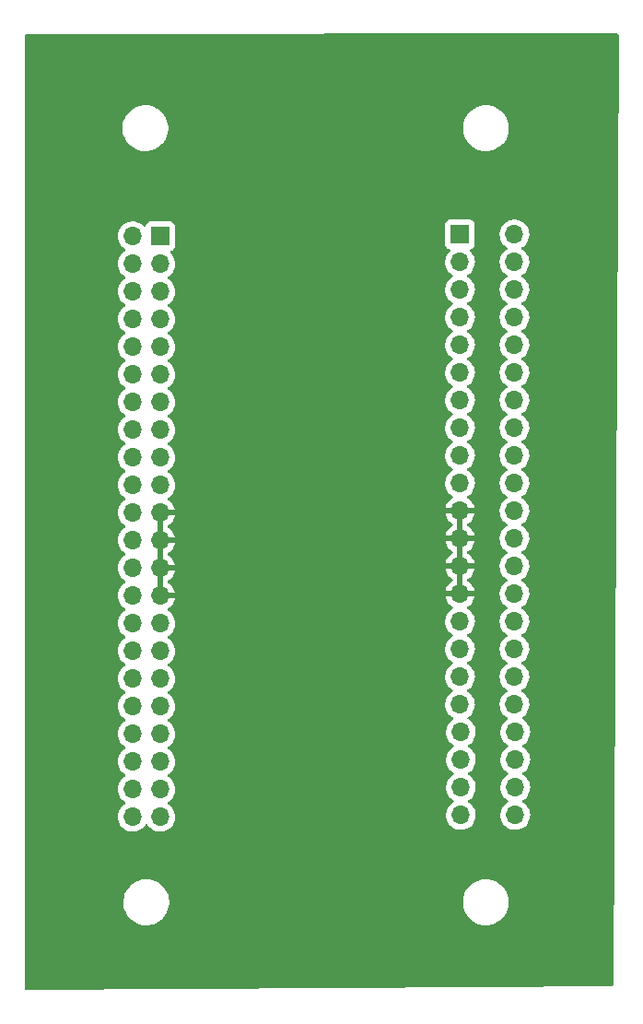
<source format=gbr>
%TF.GenerationSoftware,KiCad,Pcbnew,(6.0.6)*%
%TF.CreationDate,2022-10-16T15:28:40-05:00*%
%TF.ProjectId,IO_Riser,494f5f52-6973-4657-922e-6b696361645f,rev?*%
%TF.SameCoordinates,Original*%
%TF.FileFunction,Copper,L2,Bot*%
%TF.FilePolarity,Positive*%
%FSLAX46Y46*%
G04 Gerber Fmt 4.6, Leading zero omitted, Abs format (unit mm)*
G04 Created by KiCad (PCBNEW (6.0.6)) date 2022-10-16 15:28:40*
%MOMM*%
%LPD*%
G01*
G04 APERTURE LIST*
%TA.AperFunction,ComponentPad*%
%ADD10O,1.700000X1.700000*%
%TD*%
%TA.AperFunction,ComponentPad*%
%ADD11R,1.700000X1.700000*%
%TD*%
G04 APERTURE END LIST*
D10*
%TO.P,J2,44,Pin_44*%
%TO.N,IO_SNDIN*%
X156905000Y-111795000D03*
%TO.P,J2,43,Pin_43*%
%TO.N,-5V*%
X151905000Y-111795000D03*
%TO.P,J2,42,Pin_42*%
%TO.N,D3*%
X156905000Y-109255000D03*
%TO.P,J2,41,Pin_41*%
%TO.N,HOLD{slash}IAQ*%
X151905000Y-109255000D03*
%TO.P,J2,40,Pin_40*%
%TO.N,D1*%
X156905000Y-106715000D03*
%TO.P,J2,39,Pin_39*%
%TO.N,D2*%
X151905000Y-106715000D03*
%TO.P,J2,38,Pin_38*%
%TO.N,D5*%
X156905000Y-104175000D03*
%TO.P,J2,37,Pin_37*%
%TO.N,D0*%
X151905000Y-104175000D03*
%TO.P,J2,36,Pin_36*%
%TO.N,D6*%
X156825000Y-101635000D03*
%TO.P,J2,35,Pin_35*%
%TO.N,D4*%
X151825000Y-101635000D03*
%TO.P,J2,34,Pin_34*%
%TO.N,D7*%
X156825000Y-99095000D03*
%TO.P,J2,33,Pin_33*%
%TO.N,IO_CRUIN*%
X151825000Y-99095000D03*
%TO.P,J2,32,Pin_32*%
%TO.N,~{MEMEN}*%
X156825000Y-96555000D03*
%TO.P,J2,31,Pin_31*%
%TO.N,IO_A0*%
X151825000Y-96555000D03*
%TO.P,J2,30,Pin_30*%
%TO.N,IO_A1*%
X156825000Y-94015000D03*
%TO.P,J2,29,Pin_29*%
%TO.N,IO_A6*%
X151825000Y-94015000D03*
%TO.P,J2,28,Pin_28*%
%TO.N,~{IO_MBE}*%
X156825000Y-91475000D03*
%TO.P,J2,27,Pin_27*%
%TO.N,GND*%
X151825000Y-91475000D03*
%TO.P,J2,26,Pin_26*%
%TO.N,~{IO_WE}*%
X156825000Y-88935000D03*
%TO.P,J2,25,Pin_25*%
%TO.N,GND*%
X151825000Y-88935000D03*
%TO.P,J2,24,Pin_24*%
%TO.N,IO_\u00D83*%
X156825000Y-86395000D03*
%TO.P,J2,23,Pin_23*%
%TO.N,GND*%
X151825000Y-86395000D03*
%TO.P,J2,22,Pin_22*%
%TO.N,~{IO_CRUCLK}*%
X156825000Y-83855000D03*
%TO.P,J2,21,Pin_21*%
%TO.N,GND*%
X151825000Y-83855000D03*
%TO.P,J2,20,Pin_20*%
%TO.N,IO_A2*%
X156825000Y-81315000D03*
%TO.P,J2,19,Pin_19*%
%TO.N,IO_A15-CRUOUT*%
X151825000Y-81315000D03*
%TO.P,J2,18,Pin_18*%
%TO.N,IO_A9*%
X156825000Y-78775000D03*
%TO.P,J2,17,Pin_17*%
%TO.N,IO_A7*%
X151825000Y-78775000D03*
%TO.P,J2,16,Pin_16*%
%TO.N,IO_A14*%
X156825000Y-76235000D03*
%TO.P,J2,15,Pin_15*%
%TO.N,IO_A13*%
X151825000Y-76235000D03*
%TO.P,J2,14,Pin_14*%
%TO.N,IO_A8*%
X156825000Y-73695000D03*
%TO.P,J2,13,Pin_13*%
%TO.N,~{IO_LOAD}*%
X151825000Y-73695000D03*
%TO.P,J2,12,Pin_12*%
%TO.N,READY_~{HOLD}*%
X156825000Y-71155000D03*
%TO.P,J2,11,Pin_11*%
%TO.N,IO_A12*%
X151825000Y-71155000D03*
%TO.P,J2,10,Pin_10*%
%TO.N,IO_A3*%
X156825000Y-68615000D03*
%TO.P,J2,9,Pin_9*%
%TO.N,IO_DBIN*%
X151825000Y-68615000D03*
%TO.P,J2,8,Pin_8*%
%TO.N,IO_A11*%
X156825000Y-66075000D03*
%TO.P,J2,7,Pin_7*%
%TO.N,IO_A4*%
X151825000Y-66075000D03*
%TO.P,J2,6,Pin_6*%
%TO.N,IO_A10*%
X156825000Y-63535000D03*
%TO.P,J2,5,Pin_5*%
%TO.N,IO_A5*%
X151825000Y-63535000D03*
%TO.P,J2,4,Pin_4*%
%TO.N,~{IO_EXT_INT}*%
X156825000Y-60995000D03*
%TO.P,J2,3,Pin_3*%
%TO.N,~{IO_RESET}*%
X151825000Y-60995000D03*
%TO.P,J2,2,Pin_2*%
%TO.N,SBE*%
X156825000Y-58455000D03*
D11*
%TO.P,J2,1,Pin_1*%
%TO.N,+5V*%
X151825000Y-58455000D03*
%TD*%
%TO.P,J1,1,Pin_1*%
%TO.N,+5V*%
X124275000Y-58625000D03*
D10*
%TO.P,J1,2,Pin_2*%
%TO.N,SBE*%
X121735000Y-58625000D03*
%TO.P,J1,3,Pin_3*%
%TO.N,~{IO_RESET}*%
X124275000Y-61165000D03*
%TO.P,J1,4,Pin_4*%
%TO.N,~{IO_EXT_INT}*%
X121735000Y-61165000D03*
%TO.P,J1,5,Pin_5*%
%TO.N,IO_A5*%
X124275000Y-63705000D03*
%TO.P,J1,6,Pin_6*%
%TO.N,IO_A10*%
X121735000Y-63705000D03*
%TO.P,J1,7,Pin_7*%
%TO.N,IO_A4*%
X124275000Y-66245000D03*
%TO.P,J1,8,Pin_8*%
%TO.N,IO_A11*%
X121735000Y-66245000D03*
%TO.P,J1,9,Pin_9*%
%TO.N,IO_DBIN*%
X124275000Y-68785000D03*
%TO.P,J1,10,Pin_10*%
%TO.N,IO_A3*%
X121735000Y-68785000D03*
%TO.P,J1,11,Pin_11*%
%TO.N,IO_A12*%
X124275000Y-71325000D03*
%TO.P,J1,12,Pin_12*%
%TO.N,READY_~{HOLD}*%
X121735000Y-71325000D03*
%TO.P,J1,13,Pin_13*%
%TO.N,~{IO_LOAD}*%
X124275000Y-73865000D03*
%TO.P,J1,14,Pin_14*%
%TO.N,IO_A8*%
X121735000Y-73865000D03*
%TO.P,J1,15,Pin_15*%
%TO.N,IO_A13*%
X124275000Y-76405000D03*
%TO.P,J1,16,Pin_16*%
%TO.N,IO_A14*%
X121735000Y-76405000D03*
%TO.P,J1,17,Pin_17*%
%TO.N,IO_A7*%
X124275000Y-78945000D03*
%TO.P,J1,18,Pin_18*%
%TO.N,IO_A9*%
X121735000Y-78945000D03*
%TO.P,J1,19,Pin_19*%
%TO.N,IO_A15-CRUOUT*%
X124275000Y-81485000D03*
%TO.P,J1,20,Pin_20*%
%TO.N,IO_A2*%
X121735000Y-81485000D03*
%TO.P,J1,21,Pin_21*%
%TO.N,GND*%
X124275000Y-84025000D03*
%TO.P,J1,22,Pin_22*%
%TO.N,~{IO_CRUCLK}*%
X121735000Y-84025000D03*
%TO.P,J1,23,Pin_23*%
%TO.N,GND*%
X124275000Y-86565000D03*
%TO.P,J1,24,Pin_24*%
%TO.N,IO_\u00D83*%
X121735000Y-86565000D03*
%TO.P,J1,25,Pin_25*%
%TO.N,GND*%
X124275000Y-89105000D03*
%TO.P,J1,26,Pin_26*%
%TO.N,~{IO_WE}*%
X121735000Y-89105000D03*
%TO.P,J1,27,Pin_27*%
%TO.N,GND*%
X124275000Y-91645000D03*
%TO.P,J1,28,Pin_28*%
%TO.N,~{IO_MBE}*%
X121735000Y-91645000D03*
%TO.P,J1,29,Pin_29*%
%TO.N,IO_A6*%
X124275000Y-94185000D03*
%TO.P,J1,30,Pin_30*%
%TO.N,IO_A1*%
X121735000Y-94185000D03*
%TO.P,J1,31,Pin_31*%
%TO.N,IO_A0*%
X124275000Y-96725000D03*
%TO.P,J1,32,Pin_32*%
%TO.N,~{MEMEN}*%
X121735000Y-96725000D03*
%TO.P,J1,33,Pin_33*%
%TO.N,IO_CRUIN*%
X124275000Y-99265000D03*
%TO.P,J1,34,Pin_34*%
%TO.N,D7*%
X121735000Y-99265000D03*
%TO.P,J1,35,Pin_35*%
%TO.N,D4*%
X124275000Y-101805000D03*
%TO.P,J1,36,Pin_36*%
%TO.N,D6*%
X121735000Y-101805000D03*
%TO.P,J1,37,Pin_37*%
%TO.N,D0*%
X124275000Y-104345000D03*
%TO.P,J1,38,Pin_38*%
%TO.N,D5*%
X121735000Y-104345000D03*
%TO.P,J1,39,Pin_39*%
%TO.N,D2*%
X124275000Y-106885000D03*
%TO.P,J1,40,Pin_40*%
%TO.N,D1*%
X121735000Y-106885000D03*
%TO.P,J1,41,Pin_41*%
%TO.N,HOLD{slash}IAQ*%
X124275000Y-109425000D03*
%TO.P,J1,42,Pin_42*%
%TO.N,D3*%
X121735000Y-109425000D03*
%TO.P,J1,43,Pin_43*%
%TO.N,-5V*%
X124275000Y-111965000D03*
%TO.P,J1,44,Pin_44*%
%TO.N,IO_SNDIN*%
X121735000Y-111965000D03*
%TD*%
%TA.AperFunction,Conductor*%
%TO.N,GND*%
G36*
X166341203Y-40020110D02*
G01*
X166387795Y-40073681D01*
X166399275Y-40126951D01*
X165900711Y-127375642D01*
X165880320Y-127443647D01*
X165826400Y-127489833D01*
X165775645Y-127500919D01*
X140379284Y-127688693D01*
X111926930Y-127899062D01*
X111858665Y-127879564D01*
X111811776Y-127826253D01*
X111800000Y-127773065D01*
X111800000Y-119932703D01*
X120890743Y-119932703D01*
X120928268Y-120217734D01*
X121004129Y-120495036D01*
X121116923Y-120759476D01*
X121264561Y-121006161D01*
X121444313Y-121230528D01*
X121652851Y-121428423D01*
X121886317Y-121596186D01*
X121890112Y-121598195D01*
X121890113Y-121598196D01*
X121911869Y-121609715D01*
X122140392Y-121730712D01*
X122410373Y-121829511D01*
X122691264Y-121890755D01*
X122719841Y-121893004D01*
X122914282Y-121908307D01*
X122914291Y-121908307D01*
X122916739Y-121908500D01*
X123072271Y-121908500D01*
X123074407Y-121908354D01*
X123074418Y-121908354D01*
X123282548Y-121894165D01*
X123282554Y-121894164D01*
X123286825Y-121893873D01*
X123291020Y-121893004D01*
X123291022Y-121893004D01*
X123427584Y-121864723D01*
X123568342Y-121835574D01*
X123839343Y-121739607D01*
X124094812Y-121607750D01*
X124098313Y-121605289D01*
X124098317Y-121605287D01*
X124212417Y-121525096D01*
X124330023Y-121442441D01*
X124540622Y-121246740D01*
X124722713Y-121024268D01*
X124872927Y-120779142D01*
X124988483Y-120515898D01*
X125067244Y-120239406D01*
X125107751Y-119954784D01*
X125107845Y-119936951D01*
X125107867Y-119932703D01*
X152090743Y-119932703D01*
X152128268Y-120217734D01*
X152204129Y-120495036D01*
X152316923Y-120759476D01*
X152464561Y-121006161D01*
X152644313Y-121230528D01*
X152852851Y-121428423D01*
X153086317Y-121596186D01*
X153090112Y-121598195D01*
X153090113Y-121598196D01*
X153111869Y-121609715D01*
X153340392Y-121730712D01*
X153610373Y-121829511D01*
X153891264Y-121890755D01*
X153919841Y-121893004D01*
X154114282Y-121908307D01*
X154114291Y-121908307D01*
X154116739Y-121908500D01*
X154272271Y-121908500D01*
X154274407Y-121908354D01*
X154274418Y-121908354D01*
X154482548Y-121894165D01*
X154482554Y-121894164D01*
X154486825Y-121893873D01*
X154491020Y-121893004D01*
X154491022Y-121893004D01*
X154627584Y-121864723D01*
X154768342Y-121835574D01*
X155039343Y-121739607D01*
X155294812Y-121607750D01*
X155298313Y-121605289D01*
X155298317Y-121605287D01*
X155412417Y-121525096D01*
X155530023Y-121442441D01*
X155740622Y-121246740D01*
X155922713Y-121024268D01*
X156072927Y-120779142D01*
X156188483Y-120515898D01*
X156267244Y-120239406D01*
X156307751Y-119954784D01*
X156307845Y-119936951D01*
X156309235Y-119671583D01*
X156309235Y-119671576D01*
X156309257Y-119667297D01*
X156271732Y-119382266D01*
X156195871Y-119104964D01*
X156083077Y-118840524D01*
X155935439Y-118593839D01*
X155755687Y-118369472D01*
X155547149Y-118171577D01*
X155313683Y-118003814D01*
X155291843Y-117992250D01*
X155268654Y-117979972D01*
X155059608Y-117869288D01*
X154789627Y-117770489D01*
X154508736Y-117709245D01*
X154477685Y-117706801D01*
X154285718Y-117691693D01*
X154285709Y-117691693D01*
X154283261Y-117691500D01*
X154127729Y-117691500D01*
X154125593Y-117691646D01*
X154125582Y-117691646D01*
X153917452Y-117705835D01*
X153917446Y-117705836D01*
X153913175Y-117706127D01*
X153908980Y-117706996D01*
X153908978Y-117706996D01*
X153772417Y-117735276D01*
X153631658Y-117764426D01*
X153360657Y-117860393D01*
X153105188Y-117992250D01*
X153101687Y-117994711D01*
X153101683Y-117994713D01*
X153091594Y-118001804D01*
X152869977Y-118157559D01*
X152659378Y-118353260D01*
X152477287Y-118575732D01*
X152327073Y-118820858D01*
X152211517Y-119084102D01*
X152132756Y-119360594D01*
X152092249Y-119645216D01*
X152092227Y-119649505D01*
X152092226Y-119649512D01*
X152090765Y-119928417D01*
X152090743Y-119932703D01*
X125107867Y-119932703D01*
X125109235Y-119671583D01*
X125109235Y-119671576D01*
X125109257Y-119667297D01*
X125071732Y-119382266D01*
X124995871Y-119104964D01*
X124883077Y-118840524D01*
X124735439Y-118593839D01*
X124555687Y-118369472D01*
X124347149Y-118171577D01*
X124113683Y-118003814D01*
X124091843Y-117992250D01*
X124068654Y-117979972D01*
X123859608Y-117869288D01*
X123589627Y-117770489D01*
X123308736Y-117709245D01*
X123277685Y-117706801D01*
X123085718Y-117691693D01*
X123085709Y-117691693D01*
X123083261Y-117691500D01*
X122927729Y-117691500D01*
X122925593Y-117691646D01*
X122925582Y-117691646D01*
X122717452Y-117705835D01*
X122717446Y-117705836D01*
X122713175Y-117706127D01*
X122708980Y-117706996D01*
X122708978Y-117706996D01*
X122572417Y-117735276D01*
X122431658Y-117764426D01*
X122160657Y-117860393D01*
X121905188Y-117992250D01*
X121901687Y-117994711D01*
X121901683Y-117994713D01*
X121891594Y-118001804D01*
X121669977Y-118157559D01*
X121459378Y-118353260D01*
X121277287Y-118575732D01*
X121127073Y-118820858D01*
X121011517Y-119084102D01*
X120932756Y-119360594D01*
X120892249Y-119645216D01*
X120892227Y-119649505D01*
X120892226Y-119649512D01*
X120890765Y-119928417D01*
X120890743Y-119932703D01*
X111800000Y-119932703D01*
X111800000Y-111931695D01*
X120372251Y-111931695D01*
X120372548Y-111936848D01*
X120372548Y-111936851D01*
X120378011Y-112031590D01*
X120385110Y-112154715D01*
X120386247Y-112159761D01*
X120386248Y-112159767D01*
X120395910Y-112202639D01*
X120434222Y-112372639D01*
X120518266Y-112579616D01*
X120569019Y-112662438D01*
X120632291Y-112765688D01*
X120634987Y-112770088D01*
X120781250Y-112938938D01*
X120953126Y-113081632D01*
X121146000Y-113194338D01*
X121354692Y-113274030D01*
X121359760Y-113275061D01*
X121359763Y-113275062D01*
X121467017Y-113296883D01*
X121573597Y-113318567D01*
X121578772Y-113318757D01*
X121578774Y-113318757D01*
X121791673Y-113326564D01*
X121791677Y-113326564D01*
X121796837Y-113326753D01*
X121801957Y-113326097D01*
X121801959Y-113326097D01*
X122013288Y-113299025D01*
X122013289Y-113299025D01*
X122018416Y-113298368D01*
X122023366Y-113296883D01*
X122227429Y-113235661D01*
X122227434Y-113235659D01*
X122232384Y-113234174D01*
X122432994Y-113135896D01*
X122614860Y-113006173D01*
X122773096Y-112848489D01*
X122784565Y-112832529D01*
X122903453Y-112667077D01*
X122904776Y-112668028D01*
X122951645Y-112624857D01*
X123021580Y-112612625D01*
X123087026Y-112640144D01*
X123114875Y-112671994D01*
X123174987Y-112770088D01*
X123321250Y-112938938D01*
X123493126Y-113081632D01*
X123686000Y-113194338D01*
X123894692Y-113274030D01*
X123899760Y-113275061D01*
X123899763Y-113275062D01*
X124007017Y-113296883D01*
X124113597Y-113318567D01*
X124118772Y-113318757D01*
X124118774Y-113318757D01*
X124331673Y-113326564D01*
X124331677Y-113326564D01*
X124336837Y-113326753D01*
X124341957Y-113326097D01*
X124341959Y-113326097D01*
X124553288Y-113299025D01*
X124553289Y-113299025D01*
X124558416Y-113298368D01*
X124563366Y-113296883D01*
X124767429Y-113235661D01*
X124767434Y-113235659D01*
X124772384Y-113234174D01*
X124972994Y-113135896D01*
X125154860Y-113006173D01*
X125313096Y-112848489D01*
X125324565Y-112832529D01*
X125440435Y-112671277D01*
X125443453Y-112667077D01*
X125464320Y-112624857D01*
X125540136Y-112471453D01*
X125540137Y-112471451D01*
X125542430Y-112466811D01*
X125607370Y-112253069D01*
X125636529Y-112031590D01*
X125637551Y-111989767D01*
X125638074Y-111968365D01*
X125638074Y-111968361D01*
X125638156Y-111965000D01*
X125619852Y-111742361D01*
X125565431Y-111525702D01*
X125476354Y-111320840D01*
X125355014Y-111133277D01*
X125204670Y-110968051D01*
X125200619Y-110964852D01*
X125200615Y-110964848D01*
X125033414Y-110832800D01*
X125033410Y-110832798D01*
X125029359Y-110829598D01*
X124988053Y-110806796D01*
X124938084Y-110756364D01*
X124923312Y-110686921D01*
X124948428Y-110620516D01*
X124975780Y-110593909D01*
X125035042Y-110551638D01*
X125154860Y-110466173D01*
X125313096Y-110308489D01*
X125324565Y-110292529D01*
X125440435Y-110131277D01*
X125443453Y-110127077D01*
X125464320Y-110084857D01*
X125540136Y-109931453D01*
X125540137Y-109931451D01*
X125542430Y-109926811D01*
X125607370Y-109713069D01*
X125636529Y-109491590D01*
X125637551Y-109449767D01*
X125638074Y-109428365D01*
X125638074Y-109428361D01*
X125638156Y-109425000D01*
X125619852Y-109202361D01*
X125565431Y-108985702D01*
X125476354Y-108780840D01*
X125355014Y-108593277D01*
X125204670Y-108428051D01*
X125200619Y-108424852D01*
X125200615Y-108424848D01*
X125033414Y-108292800D01*
X125033410Y-108292798D01*
X125029359Y-108289598D01*
X124988053Y-108266796D01*
X124938084Y-108216364D01*
X124923312Y-108146921D01*
X124948428Y-108080516D01*
X124975780Y-108053909D01*
X125035042Y-108011638D01*
X125154860Y-107926173D01*
X125313096Y-107768489D01*
X125324565Y-107752529D01*
X125440435Y-107591277D01*
X125443453Y-107587077D01*
X125464320Y-107544857D01*
X125540136Y-107391453D01*
X125540137Y-107391451D01*
X125542430Y-107386811D01*
X125607370Y-107173069D01*
X125636529Y-106951590D01*
X125637551Y-106909767D01*
X125638074Y-106888365D01*
X125638074Y-106888361D01*
X125638156Y-106885000D01*
X125619852Y-106662361D01*
X125565431Y-106445702D01*
X125476354Y-106240840D01*
X125355014Y-106053277D01*
X125204670Y-105888051D01*
X125200619Y-105884852D01*
X125200615Y-105884848D01*
X125033414Y-105752800D01*
X125033410Y-105752798D01*
X125029359Y-105749598D01*
X124988053Y-105726796D01*
X124938084Y-105676364D01*
X124923312Y-105606921D01*
X124948428Y-105540516D01*
X124975780Y-105513909D01*
X125035042Y-105471638D01*
X125154860Y-105386173D01*
X125313096Y-105228489D01*
X125324565Y-105212529D01*
X125440435Y-105051277D01*
X125443453Y-105047077D01*
X125464320Y-105004857D01*
X125540136Y-104851453D01*
X125540137Y-104851451D01*
X125542430Y-104846811D01*
X125607370Y-104633069D01*
X125636529Y-104411590D01*
X125637551Y-104369767D01*
X125638074Y-104348365D01*
X125638074Y-104348361D01*
X125638156Y-104345000D01*
X125619852Y-104122361D01*
X125565431Y-103905702D01*
X125476354Y-103700840D01*
X125355014Y-103513277D01*
X125204670Y-103348051D01*
X125200619Y-103344852D01*
X125200615Y-103344848D01*
X125033414Y-103212800D01*
X125033410Y-103212798D01*
X125029359Y-103209598D01*
X124988053Y-103186796D01*
X124938084Y-103136364D01*
X124923312Y-103066921D01*
X124948428Y-103000516D01*
X124975780Y-102973909D01*
X125035042Y-102931638D01*
X125154860Y-102846173D01*
X125313096Y-102688489D01*
X125324565Y-102672529D01*
X125440435Y-102511277D01*
X125443453Y-102507077D01*
X125464320Y-102464857D01*
X125540136Y-102311453D01*
X125540137Y-102311451D01*
X125542430Y-102306811D01*
X125607370Y-102093069D01*
X125636529Y-101871590D01*
X125637551Y-101829767D01*
X125638074Y-101808365D01*
X125638074Y-101808361D01*
X125638156Y-101805000D01*
X125621442Y-101601695D01*
X150462251Y-101601695D01*
X150462548Y-101606848D01*
X150462548Y-101606851D01*
X150468011Y-101701590D01*
X150475110Y-101824715D01*
X150476247Y-101829761D01*
X150476248Y-101829767D01*
X150496119Y-101917939D01*
X150524222Y-102042639D01*
X150608266Y-102249616D01*
X150610965Y-102254020D01*
X150715141Y-102424020D01*
X150724987Y-102440088D01*
X150871250Y-102608938D01*
X151043126Y-102751632D01*
X151135988Y-102805896D01*
X151157701Y-102818584D01*
X151206425Y-102870222D01*
X151219496Y-102940005D01*
X151192765Y-103005777D01*
X151169786Y-103028130D01*
X151089571Y-103088357D01*
X151025632Y-103136364D01*
X150999965Y-103155635D01*
X150845629Y-103317138D01*
X150842715Y-103321410D01*
X150842714Y-103321411D01*
X150821936Y-103351870D01*
X150719743Y-103501680D01*
X150704003Y-103535590D01*
X150629315Y-103696492D01*
X150625688Y-103704305D01*
X150565989Y-103919570D01*
X150542251Y-104141695D01*
X150542548Y-104146848D01*
X150542548Y-104146851D01*
X150548011Y-104241590D01*
X150555110Y-104364715D01*
X150556247Y-104369761D01*
X150556248Y-104369767D01*
X150576119Y-104457939D01*
X150604222Y-104582639D01*
X150688266Y-104789616D01*
X150690965Y-104794020D01*
X150795141Y-104964020D01*
X150804987Y-104980088D01*
X150951250Y-105148938D01*
X151123126Y-105291632D01*
X151163169Y-105315031D01*
X151196445Y-105334476D01*
X151245169Y-105386114D01*
X151258240Y-105455897D01*
X151231509Y-105521669D01*
X151191055Y-105555027D01*
X151178607Y-105561507D01*
X151174474Y-105564610D01*
X151174471Y-105564612D01*
X151005247Y-105691669D01*
X150999965Y-105695635D01*
X150845629Y-105857138D01*
X150842715Y-105861410D01*
X150842714Y-105861411D01*
X150821936Y-105891870D01*
X150719743Y-106041680D01*
X150704003Y-106075590D01*
X150629315Y-106236492D01*
X150625688Y-106244305D01*
X150565989Y-106459570D01*
X150542251Y-106681695D01*
X150542548Y-106686848D01*
X150542548Y-106686851D01*
X150548011Y-106781590D01*
X150555110Y-106904715D01*
X150556247Y-106909761D01*
X150556248Y-106909767D01*
X150576119Y-106997939D01*
X150604222Y-107122639D01*
X150688266Y-107329616D01*
X150690965Y-107334020D01*
X150795141Y-107504020D01*
X150804987Y-107520088D01*
X150951250Y-107688938D01*
X151123126Y-107831632D01*
X151163169Y-107855031D01*
X151196445Y-107874476D01*
X151245169Y-107926114D01*
X151258240Y-107995897D01*
X151231509Y-108061669D01*
X151191055Y-108095027D01*
X151178607Y-108101507D01*
X151174474Y-108104610D01*
X151174471Y-108104612D01*
X151005247Y-108231669D01*
X150999965Y-108235635D01*
X150845629Y-108397138D01*
X150842715Y-108401410D01*
X150842714Y-108401411D01*
X150821936Y-108431870D01*
X150719743Y-108581680D01*
X150704003Y-108615590D01*
X150629315Y-108776492D01*
X150625688Y-108784305D01*
X150565989Y-108999570D01*
X150542251Y-109221695D01*
X150542548Y-109226848D01*
X150542548Y-109226851D01*
X150548011Y-109321590D01*
X150555110Y-109444715D01*
X150556247Y-109449761D01*
X150556248Y-109449767D01*
X150576119Y-109537939D01*
X150604222Y-109662639D01*
X150688266Y-109869616D01*
X150690965Y-109874020D01*
X150795141Y-110044020D01*
X150804987Y-110060088D01*
X150951250Y-110228938D01*
X151123126Y-110371632D01*
X151163169Y-110395031D01*
X151196445Y-110414476D01*
X151245169Y-110466114D01*
X151258240Y-110535897D01*
X151231509Y-110601669D01*
X151191055Y-110635027D01*
X151178607Y-110641507D01*
X151174474Y-110644610D01*
X151174471Y-110644612D01*
X151005247Y-110771669D01*
X150999965Y-110775635D01*
X150845629Y-110937138D01*
X150842715Y-110941410D01*
X150842714Y-110941411D01*
X150821936Y-110971870D01*
X150719743Y-111121680D01*
X150704003Y-111155590D01*
X150629315Y-111316492D01*
X150625688Y-111324305D01*
X150565989Y-111539570D01*
X150542251Y-111761695D01*
X150542548Y-111766848D01*
X150542548Y-111766851D01*
X150548011Y-111861590D01*
X150555110Y-111984715D01*
X150556247Y-111989761D01*
X150556248Y-111989767D01*
X150576119Y-112077939D01*
X150604222Y-112202639D01*
X150688266Y-112409616D01*
X150690965Y-112414020D01*
X150795141Y-112584020D01*
X150804987Y-112600088D01*
X150951250Y-112768938D01*
X151123126Y-112911632D01*
X151316000Y-113024338D01*
X151524692Y-113104030D01*
X151529760Y-113105061D01*
X151529763Y-113105062D01*
X151637017Y-113126883D01*
X151743597Y-113148567D01*
X151748772Y-113148757D01*
X151748774Y-113148757D01*
X151961673Y-113156564D01*
X151961677Y-113156564D01*
X151966837Y-113156753D01*
X151971957Y-113156097D01*
X151971959Y-113156097D01*
X152183288Y-113129025D01*
X152183289Y-113129025D01*
X152188416Y-113128368D01*
X152193366Y-113126883D01*
X152397429Y-113065661D01*
X152397434Y-113065659D01*
X152402384Y-113064174D01*
X152602994Y-112965896D01*
X152784860Y-112836173D01*
X152943096Y-112678489D01*
X153002594Y-112595689D01*
X153070435Y-112501277D01*
X153073453Y-112497077D01*
X153088412Y-112466811D01*
X153170136Y-112301453D01*
X153170137Y-112301451D01*
X153172430Y-112296811D01*
X153237370Y-112083069D01*
X153266529Y-111861590D01*
X153268156Y-111795000D01*
X153249852Y-111572361D01*
X153195431Y-111355702D01*
X153106354Y-111150840D01*
X152990573Y-110971870D01*
X152987822Y-110967617D01*
X152987820Y-110967614D01*
X152985014Y-110963277D01*
X152834670Y-110798051D01*
X152830619Y-110794852D01*
X152830615Y-110794848D01*
X152663414Y-110662800D01*
X152663410Y-110662798D01*
X152659359Y-110659598D01*
X152618053Y-110636796D01*
X152568084Y-110586364D01*
X152553312Y-110516921D01*
X152578428Y-110450516D01*
X152605780Y-110423909D01*
X152649603Y-110392650D01*
X152784860Y-110296173D01*
X152943096Y-110138489D01*
X153002594Y-110055689D01*
X153070435Y-109961277D01*
X153073453Y-109957077D01*
X153088412Y-109926811D01*
X153170136Y-109761453D01*
X153170137Y-109761451D01*
X153172430Y-109756811D01*
X153237370Y-109543069D01*
X153266529Y-109321590D01*
X153268156Y-109255000D01*
X153249852Y-109032361D01*
X153195431Y-108815702D01*
X153106354Y-108610840D01*
X152990573Y-108431870D01*
X152987822Y-108427617D01*
X152987820Y-108427614D01*
X152985014Y-108423277D01*
X152834670Y-108258051D01*
X152830619Y-108254852D01*
X152830615Y-108254848D01*
X152663414Y-108122800D01*
X152663410Y-108122798D01*
X152659359Y-108119598D01*
X152618053Y-108096796D01*
X152568084Y-108046364D01*
X152553312Y-107976921D01*
X152578428Y-107910516D01*
X152605780Y-107883909D01*
X152649603Y-107852650D01*
X152784860Y-107756173D01*
X152943096Y-107598489D01*
X153002594Y-107515689D01*
X153070435Y-107421277D01*
X153073453Y-107417077D01*
X153088412Y-107386811D01*
X153170136Y-107221453D01*
X153170137Y-107221451D01*
X153172430Y-107216811D01*
X153237370Y-107003069D01*
X153266529Y-106781590D01*
X153268156Y-106715000D01*
X153249852Y-106492361D01*
X153195431Y-106275702D01*
X153106354Y-106070840D01*
X152990573Y-105891870D01*
X152987822Y-105887617D01*
X152987820Y-105887614D01*
X152985014Y-105883277D01*
X152834670Y-105718051D01*
X152830619Y-105714852D01*
X152830615Y-105714848D01*
X152663414Y-105582800D01*
X152663410Y-105582798D01*
X152659359Y-105579598D01*
X152618053Y-105556796D01*
X152568084Y-105506364D01*
X152553312Y-105436921D01*
X152578428Y-105370516D01*
X152605780Y-105343909D01*
X152649603Y-105312650D01*
X152784860Y-105216173D01*
X152943096Y-105058489D01*
X153002594Y-104975689D01*
X153070435Y-104881277D01*
X153073453Y-104877077D01*
X153088412Y-104846811D01*
X153170136Y-104681453D01*
X153170137Y-104681451D01*
X153172430Y-104676811D01*
X153237370Y-104463069D01*
X153266529Y-104241590D01*
X153268156Y-104175000D01*
X153249852Y-103952361D01*
X153195431Y-103735702D01*
X153106354Y-103530840D01*
X152990573Y-103351870D01*
X152987822Y-103347617D01*
X152987820Y-103347614D01*
X152985014Y-103343277D01*
X152834670Y-103178051D01*
X152830619Y-103174852D01*
X152830615Y-103174848D01*
X152663414Y-103042800D01*
X152663410Y-103042798D01*
X152659359Y-103039598D01*
X152649831Y-103034338D01*
X152598092Y-103005777D01*
X152572956Y-102991901D01*
X152522986Y-102941469D01*
X152508214Y-102872027D01*
X152533330Y-102805621D01*
X152560682Y-102779014D01*
X152700656Y-102679172D01*
X152700659Y-102679170D01*
X152704860Y-102676173D01*
X152863096Y-102518489D01*
X152922594Y-102435689D01*
X152990435Y-102341277D01*
X152993453Y-102337077D01*
X153008412Y-102306811D01*
X153090136Y-102141453D01*
X153090137Y-102141451D01*
X153092430Y-102136811D01*
X153157370Y-101923069D01*
X153186529Y-101701590D01*
X153188156Y-101635000D01*
X153185418Y-101601695D01*
X155462251Y-101601695D01*
X155462548Y-101606848D01*
X155462548Y-101606851D01*
X155468011Y-101701590D01*
X155475110Y-101824715D01*
X155476247Y-101829761D01*
X155476248Y-101829767D01*
X155496119Y-101917939D01*
X155524222Y-102042639D01*
X155608266Y-102249616D01*
X155610965Y-102254020D01*
X155715141Y-102424020D01*
X155724987Y-102440088D01*
X155871250Y-102608938D01*
X156043126Y-102751632D01*
X156135988Y-102805896D01*
X156157701Y-102818584D01*
X156206425Y-102870222D01*
X156219496Y-102940005D01*
X156192765Y-103005777D01*
X156169786Y-103028130D01*
X156089571Y-103088357D01*
X156025632Y-103136364D01*
X155999965Y-103155635D01*
X155845629Y-103317138D01*
X155842715Y-103321410D01*
X155842714Y-103321411D01*
X155821936Y-103351870D01*
X155719743Y-103501680D01*
X155704003Y-103535590D01*
X155629315Y-103696492D01*
X155625688Y-103704305D01*
X155565989Y-103919570D01*
X155542251Y-104141695D01*
X155542548Y-104146848D01*
X155542548Y-104146851D01*
X155548011Y-104241590D01*
X155555110Y-104364715D01*
X155556247Y-104369761D01*
X155556248Y-104369767D01*
X155576119Y-104457939D01*
X155604222Y-104582639D01*
X155688266Y-104789616D01*
X155690965Y-104794020D01*
X155795141Y-104964020D01*
X155804987Y-104980088D01*
X155951250Y-105148938D01*
X156123126Y-105291632D01*
X156163169Y-105315031D01*
X156196445Y-105334476D01*
X156245169Y-105386114D01*
X156258240Y-105455897D01*
X156231509Y-105521669D01*
X156191055Y-105555027D01*
X156178607Y-105561507D01*
X156174474Y-105564610D01*
X156174471Y-105564612D01*
X156005247Y-105691669D01*
X155999965Y-105695635D01*
X155845629Y-105857138D01*
X155842715Y-105861410D01*
X155842714Y-105861411D01*
X155821936Y-105891870D01*
X155719743Y-106041680D01*
X155704003Y-106075590D01*
X155629315Y-106236492D01*
X155625688Y-106244305D01*
X155565989Y-106459570D01*
X155542251Y-106681695D01*
X155542548Y-106686848D01*
X155542548Y-106686851D01*
X155548011Y-106781590D01*
X155555110Y-106904715D01*
X155556247Y-106909761D01*
X155556248Y-106909767D01*
X155576119Y-106997939D01*
X155604222Y-107122639D01*
X155688266Y-107329616D01*
X155690965Y-107334020D01*
X155795141Y-107504020D01*
X155804987Y-107520088D01*
X155951250Y-107688938D01*
X156123126Y-107831632D01*
X156163169Y-107855031D01*
X156196445Y-107874476D01*
X156245169Y-107926114D01*
X156258240Y-107995897D01*
X156231509Y-108061669D01*
X156191055Y-108095027D01*
X156178607Y-108101507D01*
X156174474Y-108104610D01*
X156174471Y-108104612D01*
X156005247Y-108231669D01*
X155999965Y-108235635D01*
X155845629Y-108397138D01*
X155842715Y-108401410D01*
X155842714Y-108401411D01*
X155821936Y-108431870D01*
X155719743Y-108581680D01*
X155704003Y-108615590D01*
X155629315Y-108776492D01*
X155625688Y-108784305D01*
X155565989Y-108999570D01*
X155542251Y-109221695D01*
X155542548Y-109226848D01*
X155542548Y-109226851D01*
X155548011Y-109321590D01*
X155555110Y-109444715D01*
X155556247Y-109449761D01*
X155556248Y-109449767D01*
X155576119Y-109537939D01*
X155604222Y-109662639D01*
X155688266Y-109869616D01*
X155690965Y-109874020D01*
X155795141Y-110044020D01*
X155804987Y-110060088D01*
X155951250Y-110228938D01*
X156123126Y-110371632D01*
X156163169Y-110395031D01*
X156196445Y-110414476D01*
X156245169Y-110466114D01*
X156258240Y-110535897D01*
X156231509Y-110601669D01*
X156191055Y-110635027D01*
X156178607Y-110641507D01*
X156174474Y-110644610D01*
X156174471Y-110644612D01*
X156005247Y-110771669D01*
X155999965Y-110775635D01*
X155845629Y-110937138D01*
X155842715Y-110941410D01*
X155842714Y-110941411D01*
X155821936Y-110971870D01*
X155719743Y-111121680D01*
X155704003Y-111155590D01*
X155629315Y-111316492D01*
X155625688Y-111324305D01*
X155565989Y-111539570D01*
X155542251Y-111761695D01*
X155542548Y-111766848D01*
X155542548Y-111766851D01*
X155548011Y-111861590D01*
X155555110Y-111984715D01*
X155556247Y-111989761D01*
X155556248Y-111989767D01*
X155576119Y-112077939D01*
X155604222Y-112202639D01*
X155688266Y-112409616D01*
X155690965Y-112414020D01*
X155795141Y-112584020D01*
X155804987Y-112600088D01*
X155951250Y-112768938D01*
X156123126Y-112911632D01*
X156316000Y-113024338D01*
X156524692Y-113104030D01*
X156529760Y-113105061D01*
X156529763Y-113105062D01*
X156637017Y-113126883D01*
X156743597Y-113148567D01*
X156748772Y-113148757D01*
X156748774Y-113148757D01*
X156961673Y-113156564D01*
X156961677Y-113156564D01*
X156966837Y-113156753D01*
X156971957Y-113156097D01*
X156971959Y-113156097D01*
X157183288Y-113129025D01*
X157183289Y-113129025D01*
X157188416Y-113128368D01*
X157193366Y-113126883D01*
X157397429Y-113065661D01*
X157397434Y-113065659D01*
X157402384Y-113064174D01*
X157602994Y-112965896D01*
X157784860Y-112836173D01*
X157943096Y-112678489D01*
X158002594Y-112595689D01*
X158070435Y-112501277D01*
X158073453Y-112497077D01*
X158088412Y-112466811D01*
X158170136Y-112301453D01*
X158170137Y-112301451D01*
X158172430Y-112296811D01*
X158237370Y-112083069D01*
X158266529Y-111861590D01*
X158268156Y-111795000D01*
X158249852Y-111572361D01*
X158195431Y-111355702D01*
X158106354Y-111150840D01*
X157990573Y-110971870D01*
X157987822Y-110967617D01*
X157987820Y-110967614D01*
X157985014Y-110963277D01*
X157834670Y-110798051D01*
X157830619Y-110794852D01*
X157830615Y-110794848D01*
X157663414Y-110662800D01*
X157663410Y-110662798D01*
X157659359Y-110659598D01*
X157618053Y-110636796D01*
X157568084Y-110586364D01*
X157553312Y-110516921D01*
X157578428Y-110450516D01*
X157605780Y-110423909D01*
X157649603Y-110392650D01*
X157784860Y-110296173D01*
X157943096Y-110138489D01*
X158002594Y-110055689D01*
X158070435Y-109961277D01*
X158073453Y-109957077D01*
X158088412Y-109926811D01*
X158170136Y-109761453D01*
X158170137Y-109761451D01*
X158172430Y-109756811D01*
X158237370Y-109543069D01*
X158266529Y-109321590D01*
X158268156Y-109255000D01*
X158249852Y-109032361D01*
X158195431Y-108815702D01*
X158106354Y-108610840D01*
X157990573Y-108431870D01*
X157987822Y-108427617D01*
X157987820Y-108427614D01*
X157985014Y-108423277D01*
X157834670Y-108258051D01*
X157830619Y-108254852D01*
X157830615Y-108254848D01*
X157663414Y-108122800D01*
X157663410Y-108122798D01*
X157659359Y-108119598D01*
X157618053Y-108096796D01*
X157568084Y-108046364D01*
X157553312Y-107976921D01*
X157578428Y-107910516D01*
X157605780Y-107883909D01*
X157649603Y-107852650D01*
X157784860Y-107756173D01*
X157943096Y-107598489D01*
X158002594Y-107515689D01*
X158070435Y-107421277D01*
X158073453Y-107417077D01*
X158088412Y-107386811D01*
X158170136Y-107221453D01*
X158170137Y-107221451D01*
X158172430Y-107216811D01*
X158237370Y-107003069D01*
X158266529Y-106781590D01*
X158268156Y-106715000D01*
X158249852Y-106492361D01*
X158195431Y-106275702D01*
X158106354Y-106070840D01*
X157990573Y-105891870D01*
X157987822Y-105887617D01*
X157987820Y-105887614D01*
X157985014Y-105883277D01*
X157834670Y-105718051D01*
X157830619Y-105714852D01*
X157830615Y-105714848D01*
X157663414Y-105582800D01*
X157663410Y-105582798D01*
X157659359Y-105579598D01*
X157618053Y-105556796D01*
X157568084Y-105506364D01*
X157553312Y-105436921D01*
X157578428Y-105370516D01*
X157605780Y-105343909D01*
X157649603Y-105312650D01*
X157784860Y-105216173D01*
X157943096Y-105058489D01*
X158002594Y-104975689D01*
X158070435Y-104881277D01*
X158073453Y-104877077D01*
X158088412Y-104846811D01*
X158170136Y-104681453D01*
X158170137Y-104681451D01*
X158172430Y-104676811D01*
X158237370Y-104463069D01*
X158266529Y-104241590D01*
X158268156Y-104175000D01*
X158249852Y-103952361D01*
X158195431Y-103735702D01*
X158106354Y-103530840D01*
X157990573Y-103351870D01*
X157987822Y-103347617D01*
X157987820Y-103347614D01*
X157985014Y-103343277D01*
X157834670Y-103178051D01*
X157830619Y-103174852D01*
X157830615Y-103174848D01*
X157663414Y-103042800D01*
X157663410Y-103042798D01*
X157659359Y-103039598D01*
X157649831Y-103034338D01*
X157598092Y-103005777D01*
X157572956Y-102991901D01*
X157522986Y-102941469D01*
X157508214Y-102872027D01*
X157533330Y-102805621D01*
X157560682Y-102779014D01*
X157700656Y-102679172D01*
X157700659Y-102679170D01*
X157704860Y-102676173D01*
X157863096Y-102518489D01*
X157922594Y-102435689D01*
X157990435Y-102341277D01*
X157993453Y-102337077D01*
X158008412Y-102306811D01*
X158090136Y-102141453D01*
X158090137Y-102141451D01*
X158092430Y-102136811D01*
X158157370Y-101923069D01*
X158186529Y-101701590D01*
X158188156Y-101635000D01*
X158169852Y-101412361D01*
X158115431Y-101195702D01*
X158026354Y-100990840D01*
X157910573Y-100811870D01*
X157907822Y-100807617D01*
X157907820Y-100807614D01*
X157905014Y-100803277D01*
X157754670Y-100638051D01*
X157750619Y-100634852D01*
X157750615Y-100634848D01*
X157583414Y-100502800D01*
X157583410Y-100502798D01*
X157579359Y-100499598D01*
X157538053Y-100476796D01*
X157488084Y-100426364D01*
X157473312Y-100356921D01*
X157498428Y-100290516D01*
X157525780Y-100263909D01*
X157569603Y-100232650D01*
X157704860Y-100136173D01*
X157863096Y-99978489D01*
X157922594Y-99895689D01*
X157990435Y-99801277D01*
X157993453Y-99797077D01*
X158008412Y-99766811D01*
X158090136Y-99601453D01*
X158090137Y-99601451D01*
X158092430Y-99596811D01*
X158157370Y-99383069D01*
X158186529Y-99161590D01*
X158188156Y-99095000D01*
X158169852Y-98872361D01*
X158115431Y-98655702D01*
X158026354Y-98450840D01*
X157910573Y-98271870D01*
X157907822Y-98267617D01*
X157907820Y-98267614D01*
X157905014Y-98263277D01*
X157754670Y-98098051D01*
X157750619Y-98094852D01*
X157750615Y-98094848D01*
X157583414Y-97962800D01*
X157583410Y-97962798D01*
X157579359Y-97959598D01*
X157538053Y-97936796D01*
X157488084Y-97886364D01*
X157473312Y-97816921D01*
X157498428Y-97750516D01*
X157525780Y-97723909D01*
X157569603Y-97692650D01*
X157704860Y-97596173D01*
X157863096Y-97438489D01*
X157922594Y-97355689D01*
X157990435Y-97261277D01*
X157993453Y-97257077D01*
X158008412Y-97226811D01*
X158090136Y-97061453D01*
X158090137Y-97061451D01*
X158092430Y-97056811D01*
X158157370Y-96843069D01*
X158186529Y-96621590D01*
X158188156Y-96555000D01*
X158169852Y-96332361D01*
X158115431Y-96115702D01*
X158026354Y-95910840D01*
X157910573Y-95731870D01*
X157907822Y-95727617D01*
X157907820Y-95727614D01*
X157905014Y-95723277D01*
X157754670Y-95558051D01*
X157750619Y-95554852D01*
X157750615Y-95554848D01*
X157583414Y-95422800D01*
X157583410Y-95422798D01*
X157579359Y-95419598D01*
X157538053Y-95396796D01*
X157488084Y-95346364D01*
X157473312Y-95276921D01*
X157498428Y-95210516D01*
X157525780Y-95183909D01*
X157569603Y-95152650D01*
X157704860Y-95056173D01*
X157863096Y-94898489D01*
X157922594Y-94815689D01*
X157990435Y-94721277D01*
X157993453Y-94717077D01*
X158008412Y-94686811D01*
X158090136Y-94521453D01*
X158090137Y-94521451D01*
X158092430Y-94516811D01*
X158157370Y-94303069D01*
X158186529Y-94081590D01*
X158188156Y-94015000D01*
X158169852Y-93792361D01*
X158115431Y-93575702D01*
X158026354Y-93370840D01*
X157910573Y-93191870D01*
X157907822Y-93187617D01*
X157907820Y-93187614D01*
X157905014Y-93183277D01*
X157754670Y-93018051D01*
X157750619Y-93014852D01*
X157750615Y-93014848D01*
X157583414Y-92882800D01*
X157583410Y-92882798D01*
X157579359Y-92879598D01*
X157538053Y-92856796D01*
X157488084Y-92806364D01*
X157473312Y-92736921D01*
X157498428Y-92670516D01*
X157525780Y-92643909D01*
X157569603Y-92612650D01*
X157704860Y-92516173D01*
X157863096Y-92358489D01*
X157870684Y-92347930D01*
X157990435Y-92181277D01*
X157993453Y-92177077D01*
X158008412Y-92146811D01*
X158090136Y-91981453D01*
X158090137Y-91981451D01*
X158092430Y-91976811D01*
X158157370Y-91763069D01*
X158186529Y-91541590D01*
X158188156Y-91475000D01*
X158169852Y-91252361D01*
X158115431Y-91035702D01*
X158026354Y-90830840D01*
X157986906Y-90769862D01*
X157907822Y-90647617D01*
X157907820Y-90647614D01*
X157905014Y-90643277D01*
X157754670Y-90478051D01*
X157750619Y-90474852D01*
X157750615Y-90474848D01*
X157583414Y-90342800D01*
X157583410Y-90342798D01*
X157579359Y-90339598D01*
X157538053Y-90316796D01*
X157488084Y-90266364D01*
X157473312Y-90196921D01*
X157498428Y-90130516D01*
X157525780Y-90103909D01*
X157569603Y-90072650D01*
X157704860Y-89976173D01*
X157863096Y-89818489D01*
X157870684Y-89807930D01*
X157990435Y-89641277D01*
X157993453Y-89637077D01*
X158008412Y-89606811D01*
X158090136Y-89441453D01*
X158090137Y-89441451D01*
X158092430Y-89436811D01*
X158157370Y-89223069D01*
X158186529Y-89001590D01*
X158188156Y-88935000D01*
X158169852Y-88712361D01*
X158115431Y-88495702D01*
X158026354Y-88290840D01*
X157986906Y-88229862D01*
X157907822Y-88107617D01*
X157907820Y-88107614D01*
X157905014Y-88103277D01*
X157754670Y-87938051D01*
X157750619Y-87934852D01*
X157750615Y-87934848D01*
X157583414Y-87802800D01*
X157583410Y-87802798D01*
X157579359Y-87799598D01*
X157538053Y-87776796D01*
X157488084Y-87726364D01*
X157473312Y-87656921D01*
X157498428Y-87590516D01*
X157525780Y-87563909D01*
X157569603Y-87532650D01*
X157704860Y-87436173D01*
X157863096Y-87278489D01*
X157870684Y-87267930D01*
X157990435Y-87101277D01*
X157993453Y-87097077D01*
X158008412Y-87066811D01*
X158090136Y-86901453D01*
X158090137Y-86901451D01*
X158092430Y-86896811D01*
X158157370Y-86683069D01*
X158186529Y-86461590D01*
X158188156Y-86395000D01*
X158169852Y-86172361D01*
X158115431Y-85955702D01*
X158026354Y-85750840D01*
X157986906Y-85689862D01*
X157907822Y-85567617D01*
X157907820Y-85567614D01*
X157905014Y-85563277D01*
X157754670Y-85398051D01*
X157750619Y-85394852D01*
X157750615Y-85394848D01*
X157583414Y-85262800D01*
X157583410Y-85262798D01*
X157579359Y-85259598D01*
X157538053Y-85236796D01*
X157488084Y-85186364D01*
X157473312Y-85116921D01*
X157498428Y-85050516D01*
X157525780Y-85023909D01*
X157569603Y-84992650D01*
X157704860Y-84896173D01*
X157863096Y-84738489D01*
X157870684Y-84727930D01*
X157990435Y-84561277D01*
X157993453Y-84557077D01*
X158008412Y-84526811D01*
X158090136Y-84361453D01*
X158090137Y-84361451D01*
X158092430Y-84356811D01*
X158157370Y-84143069D01*
X158186529Y-83921590D01*
X158188156Y-83855000D01*
X158169852Y-83632361D01*
X158115431Y-83415702D01*
X158026354Y-83210840D01*
X157986906Y-83149862D01*
X157907822Y-83027617D01*
X157907820Y-83027614D01*
X157905014Y-83023277D01*
X157754670Y-82858051D01*
X157750619Y-82854852D01*
X157750615Y-82854848D01*
X157583414Y-82722800D01*
X157583410Y-82722798D01*
X157579359Y-82719598D01*
X157538053Y-82696796D01*
X157488084Y-82646364D01*
X157473312Y-82576921D01*
X157498428Y-82510516D01*
X157525780Y-82483909D01*
X157569603Y-82452650D01*
X157704860Y-82356173D01*
X157863096Y-82198489D01*
X157922594Y-82115689D01*
X157990435Y-82021277D01*
X157993453Y-82017077D01*
X158008412Y-81986811D01*
X158090136Y-81821453D01*
X158090137Y-81821451D01*
X158092430Y-81816811D01*
X158157370Y-81603069D01*
X158186529Y-81381590D01*
X158188156Y-81315000D01*
X158169852Y-81092361D01*
X158115431Y-80875702D01*
X158026354Y-80670840D01*
X157910573Y-80491870D01*
X157907822Y-80487617D01*
X157907820Y-80487614D01*
X157905014Y-80483277D01*
X157754670Y-80318051D01*
X157750619Y-80314852D01*
X157750615Y-80314848D01*
X157583414Y-80182800D01*
X157583410Y-80182798D01*
X157579359Y-80179598D01*
X157538053Y-80156796D01*
X157488084Y-80106364D01*
X157473312Y-80036921D01*
X157498428Y-79970516D01*
X157525780Y-79943909D01*
X157569603Y-79912650D01*
X157704860Y-79816173D01*
X157863096Y-79658489D01*
X157922594Y-79575689D01*
X157990435Y-79481277D01*
X157993453Y-79477077D01*
X158008412Y-79446811D01*
X158090136Y-79281453D01*
X158090137Y-79281451D01*
X158092430Y-79276811D01*
X158157370Y-79063069D01*
X158186529Y-78841590D01*
X158188156Y-78775000D01*
X158169852Y-78552361D01*
X158115431Y-78335702D01*
X158026354Y-78130840D01*
X157910573Y-77951870D01*
X157907822Y-77947617D01*
X157907820Y-77947614D01*
X157905014Y-77943277D01*
X157754670Y-77778051D01*
X157750619Y-77774852D01*
X157750615Y-77774848D01*
X157583414Y-77642800D01*
X157583410Y-77642798D01*
X157579359Y-77639598D01*
X157538053Y-77616796D01*
X157488084Y-77566364D01*
X157473312Y-77496921D01*
X157498428Y-77430516D01*
X157525780Y-77403909D01*
X157569603Y-77372650D01*
X157704860Y-77276173D01*
X157863096Y-77118489D01*
X157922594Y-77035689D01*
X157990435Y-76941277D01*
X157993453Y-76937077D01*
X158008412Y-76906811D01*
X158090136Y-76741453D01*
X158090137Y-76741451D01*
X158092430Y-76736811D01*
X158157370Y-76523069D01*
X158186529Y-76301590D01*
X158188156Y-76235000D01*
X158169852Y-76012361D01*
X158115431Y-75795702D01*
X158026354Y-75590840D01*
X157910573Y-75411870D01*
X157907822Y-75407617D01*
X157907820Y-75407614D01*
X157905014Y-75403277D01*
X157754670Y-75238051D01*
X157750619Y-75234852D01*
X157750615Y-75234848D01*
X157583414Y-75102800D01*
X157583410Y-75102798D01*
X157579359Y-75099598D01*
X157538053Y-75076796D01*
X157488084Y-75026364D01*
X157473312Y-74956921D01*
X157498428Y-74890516D01*
X157525780Y-74863909D01*
X157569603Y-74832650D01*
X157704860Y-74736173D01*
X157863096Y-74578489D01*
X157922594Y-74495689D01*
X157990435Y-74401277D01*
X157993453Y-74397077D01*
X158008412Y-74366811D01*
X158090136Y-74201453D01*
X158090137Y-74201451D01*
X158092430Y-74196811D01*
X158157370Y-73983069D01*
X158186529Y-73761590D01*
X158188156Y-73695000D01*
X158169852Y-73472361D01*
X158115431Y-73255702D01*
X158026354Y-73050840D01*
X157910573Y-72871870D01*
X157907822Y-72867617D01*
X157907820Y-72867614D01*
X157905014Y-72863277D01*
X157754670Y-72698051D01*
X157750619Y-72694852D01*
X157750615Y-72694848D01*
X157583414Y-72562800D01*
X157583410Y-72562798D01*
X157579359Y-72559598D01*
X157538053Y-72536796D01*
X157488084Y-72486364D01*
X157473312Y-72416921D01*
X157498428Y-72350516D01*
X157525780Y-72323909D01*
X157569603Y-72292650D01*
X157704860Y-72196173D01*
X157863096Y-72038489D01*
X157922594Y-71955689D01*
X157990435Y-71861277D01*
X157993453Y-71857077D01*
X158008412Y-71826811D01*
X158090136Y-71661453D01*
X158090137Y-71661451D01*
X158092430Y-71656811D01*
X158157370Y-71443069D01*
X158186529Y-71221590D01*
X158188156Y-71155000D01*
X158169852Y-70932361D01*
X158115431Y-70715702D01*
X158026354Y-70510840D01*
X157910573Y-70331870D01*
X157907822Y-70327617D01*
X157907820Y-70327614D01*
X157905014Y-70323277D01*
X157754670Y-70158051D01*
X157750619Y-70154852D01*
X157750615Y-70154848D01*
X157583414Y-70022800D01*
X157583410Y-70022798D01*
X157579359Y-70019598D01*
X157538053Y-69996796D01*
X157488084Y-69946364D01*
X157473312Y-69876921D01*
X157498428Y-69810516D01*
X157525780Y-69783909D01*
X157569603Y-69752650D01*
X157704860Y-69656173D01*
X157863096Y-69498489D01*
X157922594Y-69415689D01*
X157990435Y-69321277D01*
X157993453Y-69317077D01*
X158008412Y-69286811D01*
X158090136Y-69121453D01*
X158090137Y-69121451D01*
X158092430Y-69116811D01*
X158157370Y-68903069D01*
X158186529Y-68681590D01*
X158188156Y-68615000D01*
X158169852Y-68392361D01*
X158115431Y-68175702D01*
X158026354Y-67970840D01*
X157910573Y-67791870D01*
X157907822Y-67787617D01*
X157907820Y-67787614D01*
X157905014Y-67783277D01*
X157754670Y-67618051D01*
X157750619Y-67614852D01*
X157750615Y-67614848D01*
X157583414Y-67482800D01*
X157583410Y-67482798D01*
X157579359Y-67479598D01*
X157538053Y-67456796D01*
X157488084Y-67406364D01*
X157473312Y-67336921D01*
X157498428Y-67270516D01*
X157525780Y-67243909D01*
X157569603Y-67212650D01*
X157704860Y-67116173D01*
X157863096Y-66958489D01*
X157922594Y-66875689D01*
X157990435Y-66781277D01*
X157993453Y-66777077D01*
X158008412Y-66746811D01*
X158090136Y-66581453D01*
X158090137Y-66581451D01*
X158092430Y-66576811D01*
X158157370Y-66363069D01*
X158186529Y-66141590D01*
X158188156Y-66075000D01*
X158169852Y-65852361D01*
X158115431Y-65635702D01*
X158026354Y-65430840D01*
X157910573Y-65251870D01*
X157907822Y-65247617D01*
X157907820Y-65247614D01*
X157905014Y-65243277D01*
X157754670Y-65078051D01*
X157750619Y-65074852D01*
X157750615Y-65074848D01*
X157583414Y-64942800D01*
X157583410Y-64942798D01*
X157579359Y-64939598D01*
X157538053Y-64916796D01*
X157488084Y-64866364D01*
X157473312Y-64796921D01*
X157498428Y-64730516D01*
X157525780Y-64703909D01*
X157569603Y-64672650D01*
X157704860Y-64576173D01*
X157863096Y-64418489D01*
X157922594Y-64335689D01*
X157990435Y-64241277D01*
X157993453Y-64237077D01*
X158008412Y-64206811D01*
X158090136Y-64041453D01*
X158090137Y-64041451D01*
X158092430Y-64036811D01*
X158157370Y-63823069D01*
X158186529Y-63601590D01*
X158188156Y-63535000D01*
X158169852Y-63312361D01*
X158115431Y-63095702D01*
X158026354Y-62890840D01*
X157910573Y-62711870D01*
X157907822Y-62707617D01*
X157907820Y-62707614D01*
X157905014Y-62703277D01*
X157754670Y-62538051D01*
X157750619Y-62534852D01*
X157750615Y-62534848D01*
X157583414Y-62402800D01*
X157583410Y-62402798D01*
X157579359Y-62399598D01*
X157538053Y-62376796D01*
X157488084Y-62326364D01*
X157473312Y-62256921D01*
X157498428Y-62190516D01*
X157525780Y-62163909D01*
X157569603Y-62132650D01*
X157704860Y-62036173D01*
X157863096Y-61878489D01*
X157922594Y-61795689D01*
X157990435Y-61701277D01*
X157993453Y-61697077D01*
X158008412Y-61666811D01*
X158090136Y-61501453D01*
X158090137Y-61501451D01*
X158092430Y-61496811D01*
X158157370Y-61283069D01*
X158186529Y-61061590D01*
X158188156Y-60995000D01*
X158169852Y-60772361D01*
X158115431Y-60555702D01*
X158026354Y-60350840D01*
X157986906Y-60289862D01*
X157907822Y-60167617D01*
X157907820Y-60167614D01*
X157905014Y-60163277D01*
X157754670Y-59998051D01*
X157750619Y-59994852D01*
X157750615Y-59994848D01*
X157583414Y-59862800D01*
X157583410Y-59862798D01*
X157579359Y-59859598D01*
X157538053Y-59836796D01*
X157488084Y-59786364D01*
X157473312Y-59716921D01*
X157498428Y-59650516D01*
X157525780Y-59623909D01*
X157590899Y-59577460D01*
X157704860Y-59496173D01*
X157863096Y-59338489D01*
X157922594Y-59255689D01*
X157990435Y-59161277D01*
X157993453Y-59157077D01*
X158052589Y-59037425D01*
X158090136Y-58961453D01*
X158090137Y-58961451D01*
X158092430Y-58956811D01*
X158157370Y-58743069D01*
X158186529Y-58521590D01*
X158188156Y-58455000D01*
X158169852Y-58232361D01*
X158115431Y-58015702D01*
X158026354Y-57810840D01*
X157936884Y-57672540D01*
X157907822Y-57627617D01*
X157907820Y-57627614D01*
X157905014Y-57623277D01*
X157754670Y-57458051D01*
X157750619Y-57454852D01*
X157750615Y-57454848D01*
X157583414Y-57322800D01*
X157583410Y-57322798D01*
X157579359Y-57319598D01*
X157559790Y-57308795D01*
X157527136Y-57290769D01*
X157383789Y-57211638D01*
X157378920Y-57209914D01*
X157378916Y-57209912D01*
X157178087Y-57138795D01*
X157178083Y-57138794D01*
X157173212Y-57137069D01*
X157168119Y-57136162D01*
X157168116Y-57136161D01*
X156958373Y-57098800D01*
X156958367Y-57098799D01*
X156953284Y-57097894D01*
X156879452Y-57096992D01*
X156735081Y-57095228D01*
X156735079Y-57095228D01*
X156729911Y-57095165D01*
X156509091Y-57128955D01*
X156296756Y-57198357D01*
X156266443Y-57214137D01*
X156105012Y-57298173D01*
X156098607Y-57301507D01*
X156094474Y-57304610D01*
X156094471Y-57304612D01*
X155924100Y-57432530D01*
X155919965Y-57435635D01*
X155765629Y-57597138D01*
X155762715Y-57601410D01*
X155762714Y-57601411D01*
X155719552Y-57664684D01*
X155639743Y-57781680D01*
X155624003Y-57815590D01*
X155558653Y-57956375D01*
X155545688Y-57984305D01*
X155485989Y-58199570D01*
X155462251Y-58421695D01*
X155462548Y-58426848D01*
X155462548Y-58426851D01*
X155468011Y-58521590D01*
X155475110Y-58644715D01*
X155476247Y-58649761D01*
X155476248Y-58649767D01*
X155496119Y-58737939D01*
X155524222Y-58862639D01*
X155608266Y-59069616D01*
X155610965Y-59074020D01*
X155715141Y-59244020D01*
X155724987Y-59260088D01*
X155871250Y-59428938D01*
X156043126Y-59571632D01*
X156083169Y-59595031D01*
X156116445Y-59614476D01*
X156165169Y-59666114D01*
X156178240Y-59735897D01*
X156151509Y-59801669D01*
X156111055Y-59835027D01*
X156098607Y-59841507D01*
X156094474Y-59844610D01*
X156094471Y-59844612D01*
X155928089Y-59969535D01*
X155919965Y-59975635D01*
X155765629Y-60137138D01*
X155762715Y-60141410D01*
X155762714Y-60141411D01*
X155742197Y-60171488D01*
X155639743Y-60321680D01*
X155624003Y-60355590D01*
X155549315Y-60516492D01*
X155545688Y-60524305D01*
X155485989Y-60739570D01*
X155462251Y-60961695D01*
X155462548Y-60966848D01*
X155462548Y-60966851D01*
X155468011Y-61061590D01*
X155475110Y-61184715D01*
X155476247Y-61189761D01*
X155476248Y-61189767D01*
X155496119Y-61277939D01*
X155524222Y-61402639D01*
X155608266Y-61609616D01*
X155610965Y-61614020D01*
X155715141Y-61784020D01*
X155724987Y-61800088D01*
X155871250Y-61968938D01*
X156043126Y-62111632D01*
X156083169Y-62135031D01*
X156116445Y-62154476D01*
X156165169Y-62206114D01*
X156178240Y-62275897D01*
X156151509Y-62341669D01*
X156111055Y-62375027D01*
X156098607Y-62381507D01*
X156094474Y-62384610D01*
X156094471Y-62384612D01*
X155925247Y-62511669D01*
X155919965Y-62515635D01*
X155765629Y-62677138D01*
X155762715Y-62681410D01*
X155762714Y-62681411D01*
X155741936Y-62711870D01*
X155639743Y-62861680D01*
X155624003Y-62895590D01*
X155549315Y-63056492D01*
X155545688Y-63064305D01*
X155485989Y-63279570D01*
X155462251Y-63501695D01*
X155462548Y-63506848D01*
X155462548Y-63506851D01*
X155468011Y-63601590D01*
X155475110Y-63724715D01*
X155476247Y-63729761D01*
X155476248Y-63729767D01*
X155496119Y-63817939D01*
X155524222Y-63942639D01*
X155608266Y-64149616D01*
X155610965Y-64154020D01*
X155715141Y-64324020D01*
X155724987Y-64340088D01*
X155871250Y-64508938D01*
X156043126Y-64651632D01*
X156083169Y-64675031D01*
X156116445Y-64694476D01*
X156165169Y-64746114D01*
X156178240Y-64815897D01*
X156151509Y-64881669D01*
X156111055Y-64915027D01*
X156098607Y-64921507D01*
X156094474Y-64924610D01*
X156094471Y-64924612D01*
X155925247Y-65051669D01*
X155919965Y-65055635D01*
X155765629Y-65217138D01*
X155762715Y-65221410D01*
X155762714Y-65221411D01*
X155741936Y-65251870D01*
X155639743Y-65401680D01*
X155624003Y-65435590D01*
X155549315Y-65596492D01*
X155545688Y-65604305D01*
X155485989Y-65819570D01*
X155462251Y-66041695D01*
X155462548Y-66046848D01*
X155462548Y-66046851D01*
X155468011Y-66141590D01*
X155475110Y-66264715D01*
X155476247Y-66269761D01*
X155476248Y-66269767D01*
X155496119Y-66357939D01*
X155524222Y-66482639D01*
X155608266Y-66689616D01*
X155610965Y-66694020D01*
X155715141Y-66864020D01*
X155724987Y-66880088D01*
X155871250Y-67048938D01*
X156043126Y-67191632D01*
X156083169Y-67215031D01*
X156116445Y-67234476D01*
X156165169Y-67286114D01*
X156178240Y-67355897D01*
X156151509Y-67421669D01*
X156111055Y-67455027D01*
X156098607Y-67461507D01*
X156094474Y-67464610D01*
X156094471Y-67464612D01*
X155925247Y-67591669D01*
X155919965Y-67595635D01*
X155765629Y-67757138D01*
X155762715Y-67761410D01*
X155762714Y-67761411D01*
X155741936Y-67791870D01*
X155639743Y-67941680D01*
X155624003Y-67975590D01*
X155549315Y-68136492D01*
X155545688Y-68144305D01*
X155485989Y-68359570D01*
X155462251Y-68581695D01*
X155462548Y-68586848D01*
X155462548Y-68586851D01*
X155468011Y-68681590D01*
X155475110Y-68804715D01*
X155476247Y-68809761D01*
X155476248Y-68809767D01*
X155496119Y-68897939D01*
X155524222Y-69022639D01*
X155608266Y-69229616D01*
X155610965Y-69234020D01*
X155715141Y-69404020D01*
X155724987Y-69420088D01*
X155871250Y-69588938D01*
X156043126Y-69731632D01*
X156083169Y-69755031D01*
X156116445Y-69774476D01*
X156165169Y-69826114D01*
X156178240Y-69895897D01*
X156151509Y-69961669D01*
X156111055Y-69995027D01*
X156098607Y-70001507D01*
X156094474Y-70004610D01*
X156094471Y-70004612D01*
X155925247Y-70131669D01*
X155919965Y-70135635D01*
X155765629Y-70297138D01*
X155762715Y-70301410D01*
X155762714Y-70301411D01*
X155741936Y-70331870D01*
X155639743Y-70481680D01*
X155624003Y-70515590D01*
X155549315Y-70676492D01*
X155545688Y-70684305D01*
X155485989Y-70899570D01*
X155462251Y-71121695D01*
X155462548Y-71126848D01*
X155462548Y-71126851D01*
X155468011Y-71221590D01*
X155475110Y-71344715D01*
X155476247Y-71349761D01*
X155476248Y-71349767D01*
X155496119Y-71437939D01*
X155524222Y-71562639D01*
X155608266Y-71769616D01*
X155610965Y-71774020D01*
X155715141Y-71944020D01*
X155724987Y-71960088D01*
X155871250Y-72128938D01*
X156043126Y-72271632D01*
X156083169Y-72295031D01*
X156116445Y-72314476D01*
X156165169Y-72366114D01*
X156178240Y-72435897D01*
X156151509Y-72501669D01*
X156111055Y-72535027D01*
X156098607Y-72541507D01*
X156094474Y-72544610D01*
X156094471Y-72544612D01*
X155925247Y-72671669D01*
X155919965Y-72675635D01*
X155765629Y-72837138D01*
X155762715Y-72841410D01*
X155762714Y-72841411D01*
X155741936Y-72871870D01*
X155639743Y-73021680D01*
X155624003Y-73055590D01*
X155549315Y-73216492D01*
X155545688Y-73224305D01*
X155485989Y-73439570D01*
X155462251Y-73661695D01*
X155462548Y-73666848D01*
X155462548Y-73666851D01*
X155468011Y-73761590D01*
X155475110Y-73884715D01*
X155476247Y-73889761D01*
X155476248Y-73889767D01*
X155496119Y-73977939D01*
X155524222Y-74102639D01*
X155608266Y-74309616D01*
X155610965Y-74314020D01*
X155715141Y-74484020D01*
X155724987Y-74500088D01*
X155871250Y-74668938D01*
X156043126Y-74811632D01*
X156083169Y-74835031D01*
X156116445Y-74854476D01*
X156165169Y-74906114D01*
X156178240Y-74975897D01*
X156151509Y-75041669D01*
X156111055Y-75075027D01*
X156098607Y-75081507D01*
X156094474Y-75084610D01*
X156094471Y-75084612D01*
X155925247Y-75211669D01*
X155919965Y-75215635D01*
X155765629Y-75377138D01*
X155762715Y-75381410D01*
X155762714Y-75381411D01*
X155741936Y-75411870D01*
X155639743Y-75561680D01*
X155624003Y-75595590D01*
X155549315Y-75756492D01*
X155545688Y-75764305D01*
X155485989Y-75979570D01*
X155462251Y-76201695D01*
X155462548Y-76206848D01*
X155462548Y-76206851D01*
X155468011Y-76301590D01*
X155475110Y-76424715D01*
X155476247Y-76429761D01*
X155476248Y-76429767D01*
X155496119Y-76517939D01*
X155524222Y-76642639D01*
X155608266Y-76849616D01*
X155610965Y-76854020D01*
X155715141Y-77024020D01*
X155724987Y-77040088D01*
X155871250Y-77208938D01*
X156043126Y-77351632D01*
X156083169Y-77375031D01*
X156116445Y-77394476D01*
X156165169Y-77446114D01*
X156178240Y-77515897D01*
X156151509Y-77581669D01*
X156111055Y-77615027D01*
X156098607Y-77621507D01*
X156094474Y-77624610D01*
X156094471Y-77624612D01*
X155925247Y-77751669D01*
X155919965Y-77755635D01*
X155765629Y-77917138D01*
X155762715Y-77921410D01*
X155762714Y-77921411D01*
X155741936Y-77951870D01*
X155639743Y-78101680D01*
X155624003Y-78135590D01*
X155549315Y-78296492D01*
X155545688Y-78304305D01*
X155485989Y-78519570D01*
X155462251Y-78741695D01*
X155462548Y-78746848D01*
X155462548Y-78746851D01*
X155468011Y-78841590D01*
X155475110Y-78964715D01*
X155476247Y-78969761D01*
X155476248Y-78969767D01*
X155496119Y-79057939D01*
X155524222Y-79182639D01*
X155608266Y-79389616D01*
X155610965Y-79394020D01*
X155715141Y-79564020D01*
X155724987Y-79580088D01*
X155871250Y-79748938D01*
X156043126Y-79891632D01*
X156083169Y-79915031D01*
X156116445Y-79934476D01*
X156165169Y-79986114D01*
X156178240Y-80055897D01*
X156151509Y-80121669D01*
X156111055Y-80155027D01*
X156098607Y-80161507D01*
X156094474Y-80164610D01*
X156094471Y-80164612D01*
X155925247Y-80291669D01*
X155919965Y-80295635D01*
X155765629Y-80457138D01*
X155762715Y-80461410D01*
X155762714Y-80461411D01*
X155741936Y-80491870D01*
X155639743Y-80641680D01*
X155624003Y-80675590D01*
X155549315Y-80836492D01*
X155545688Y-80844305D01*
X155485989Y-81059570D01*
X155462251Y-81281695D01*
X155462548Y-81286848D01*
X155462548Y-81286851D01*
X155468011Y-81381590D01*
X155475110Y-81504715D01*
X155476247Y-81509761D01*
X155476248Y-81509767D01*
X155496119Y-81597939D01*
X155524222Y-81722639D01*
X155608266Y-81929616D01*
X155610965Y-81934020D01*
X155715141Y-82104020D01*
X155724987Y-82120088D01*
X155871250Y-82288938D01*
X156043126Y-82431632D01*
X156083169Y-82455031D01*
X156116445Y-82474476D01*
X156165169Y-82526114D01*
X156178240Y-82595897D01*
X156151509Y-82661669D01*
X156111055Y-82695027D01*
X156098607Y-82701507D01*
X156094474Y-82704610D01*
X156094471Y-82704612D01*
X155925247Y-82831669D01*
X155919965Y-82835635D01*
X155765629Y-82997138D01*
X155762715Y-83001410D01*
X155762714Y-83001411D01*
X155741936Y-83031870D01*
X155639743Y-83181680D01*
X155624003Y-83215590D01*
X155558653Y-83356375D01*
X155545688Y-83384305D01*
X155485989Y-83599570D01*
X155462251Y-83821695D01*
X155462548Y-83826848D01*
X155462548Y-83826851D01*
X155468011Y-83921590D01*
X155475110Y-84044715D01*
X155476247Y-84049761D01*
X155476248Y-84049767D01*
X155490449Y-84112778D01*
X155524222Y-84262639D01*
X155608266Y-84469616D01*
X155610965Y-84474020D01*
X155715141Y-84644020D01*
X155724987Y-84660088D01*
X155871250Y-84828938D01*
X156043126Y-84971632D01*
X156082546Y-84994667D01*
X156116445Y-85014476D01*
X156165169Y-85066114D01*
X156178240Y-85135897D01*
X156151509Y-85201669D01*
X156111055Y-85235027D01*
X156098607Y-85241507D01*
X156094474Y-85244610D01*
X156094471Y-85244612D01*
X155924100Y-85372530D01*
X155919965Y-85375635D01*
X155765629Y-85537138D01*
X155762715Y-85541410D01*
X155762714Y-85541411D01*
X155741936Y-85571870D01*
X155639743Y-85721680D01*
X155624003Y-85755590D01*
X155558653Y-85896375D01*
X155545688Y-85924305D01*
X155485989Y-86139570D01*
X155462251Y-86361695D01*
X155462548Y-86366848D01*
X155462548Y-86366851D01*
X155468011Y-86461590D01*
X155475110Y-86584715D01*
X155476247Y-86589761D01*
X155476248Y-86589767D01*
X155490449Y-86652778D01*
X155524222Y-86802639D01*
X155608266Y-87009616D01*
X155610965Y-87014020D01*
X155715141Y-87184020D01*
X155724987Y-87200088D01*
X155871250Y-87368938D01*
X156043126Y-87511632D01*
X156082546Y-87534667D01*
X156116445Y-87554476D01*
X156165169Y-87606114D01*
X156178240Y-87675897D01*
X156151509Y-87741669D01*
X156111055Y-87775027D01*
X156098607Y-87781507D01*
X156094474Y-87784610D01*
X156094471Y-87784612D01*
X155924100Y-87912530D01*
X155919965Y-87915635D01*
X155765629Y-88077138D01*
X155762715Y-88081410D01*
X155762714Y-88081411D01*
X155741936Y-88111870D01*
X155639743Y-88261680D01*
X155624003Y-88295590D01*
X155558653Y-88436375D01*
X155545688Y-88464305D01*
X155485989Y-88679570D01*
X155462251Y-88901695D01*
X155462548Y-88906848D01*
X155462548Y-88906851D01*
X155468011Y-89001590D01*
X155475110Y-89124715D01*
X155476247Y-89129761D01*
X155476248Y-89129767D01*
X155490449Y-89192778D01*
X155524222Y-89342639D01*
X155608266Y-89549616D01*
X155610965Y-89554020D01*
X155715141Y-89724020D01*
X155724987Y-89740088D01*
X155871250Y-89908938D01*
X156043126Y-90051632D01*
X156082546Y-90074667D01*
X156116445Y-90094476D01*
X156165169Y-90146114D01*
X156178240Y-90215897D01*
X156151509Y-90281669D01*
X156111055Y-90315027D01*
X156098607Y-90321507D01*
X156094474Y-90324610D01*
X156094471Y-90324612D01*
X155924100Y-90452530D01*
X155919965Y-90455635D01*
X155765629Y-90617138D01*
X155762715Y-90621410D01*
X155762714Y-90621411D01*
X155741936Y-90651870D01*
X155639743Y-90801680D01*
X155624003Y-90835590D01*
X155558653Y-90976375D01*
X155545688Y-91004305D01*
X155485989Y-91219570D01*
X155462251Y-91441695D01*
X155462548Y-91446848D01*
X155462548Y-91446851D01*
X155468011Y-91541590D01*
X155475110Y-91664715D01*
X155476247Y-91669761D01*
X155476248Y-91669767D01*
X155485674Y-91711590D01*
X155524222Y-91882639D01*
X155608266Y-92089616D01*
X155610965Y-92094020D01*
X155715141Y-92264020D01*
X155724987Y-92280088D01*
X155871250Y-92448938D01*
X156043126Y-92591632D01*
X156082546Y-92614667D01*
X156116445Y-92634476D01*
X156165169Y-92686114D01*
X156178240Y-92755897D01*
X156151509Y-92821669D01*
X156111055Y-92855027D01*
X156098607Y-92861507D01*
X156094474Y-92864610D01*
X156094471Y-92864612D01*
X155925247Y-92991669D01*
X155919965Y-92995635D01*
X155765629Y-93157138D01*
X155762715Y-93161410D01*
X155762714Y-93161411D01*
X155741936Y-93191870D01*
X155639743Y-93341680D01*
X155624003Y-93375590D01*
X155549315Y-93536492D01*
X155545688Y-93544305D01*
X155485989Y-93759570D01*
X155462251Y-93981695D01*
X155462548Y-93986848D01*
X155462548Y-93986851D01*
X155468011Y-94081590D01*
X155475110Y-94204715D01*
X155476247Y-94209761D01*
X155476248Y-94209767D01*
X155496119Y-94297939D01*
X155524222Y-94422639D01*
X155608266Y-94629616D01*
X155610965Y-94634020D01*
X155715141Y-94804020D01*
X155724987Y-94820088D01*
X155871250Y-94988938D01*
X156043126Y-95131632D01*
X156083169Y-95155031D01*
X156116445Y-95174476D01*
X156165169Y-95226114D01*
X156178240Y-95295897D01*
X156151509Y-95361669D01*
X156111055Y-95395027D01*
X156098607Y-95401507D01*
X156094474Y-95404610D01*
X156094471Y-95404612D01*
X155925247Y-95531669D01*
X155919965Y-95535635D01*
X155765629Y-95697138D01*
X155762715Y-95701410D01*
X155762714Y-95701411D01*
X155741936Y-95731870D01*
X155639743Y-95881680D01*
X155624003Y-95915590D01*
X155549315Y-96076492D01*
X155545688Y-96084305D01*
X155485989Y-96299570D01*
X155462251Y-96521695D01*
X155462548Y-96526848D01*
X155462548Y-96526851D01*
X155468011Y-96621590D01*
X155475110Y-96744715D01*
X155476247Y-96749761D01*
X155476248Y-96749767D01*
X155496119Y-96837939D01*
X155524222Y-96962639D01*
X155608266Y-97169616D01*
X155610965Y-97174020D01*
X155715141Y-97344020D01*
X155724987Y-97360088D01*
X155871250Y-97528938D01*
X156043126Y-97671632D01*
X156083169Y-97695031D01*
X156116445Y-97714476D01*
X156165169Y-97766114D01*
X156178240Y-97835897D01*
X156151509Y-97901669D01*
X156111055Y-97935027D01*
X156098607Y-97941507D01*
X156094474Y-97944610D01*
X156094471Y-97944612D01*
X155925247Y-98071669D01*
X155919965Y-98075635D01*
X155765629Y-98237138D01*
X155762715Y-98241410D01*
X155762714Y-98241411D01*
X155741936Y-98271870D01*
X155639743Y-98421680D01*
X155624003Y-98455590D01*
X155549315Y-98616492D01*
X155545688Y-98624305D01*
X155485989Y-98839570D01*
X155462251Y-99061695D01*
X155462548Y-99066848D01*
X155462548Y-99066851D01*
X155468011Y-99161590D01*
X155475110Y-99284715D01*
X155476247Y-99289761D01*
X155476248Y-99289767D01*
X155496119Y-99377939D01*
X155524222Y-99502639D01*
X155608266Y-99709616D01*
X155610965Y-99714020D01*
X155715141Y-99884020D01*
X155724987Y-99900088D01*
X155871250Y-100068938D01*
X156043126Y-100211632D01*
X156083169Y-100235031D01*
X156116445Y-100254476D01*
X156165169Y-100306114D01*
X156178240Y-100375897D01*
X156151509Y-100441669D01*
X156111055Y-100475027D01*
X156098607Y-100481507D01*
X156094474Y-100484610D01*
X156094471Y-100484612D01*
X155925247Y-100611669D01*
X155919965Y-100615635D01*
X155765629Y-100777138D01*
X155762715Y-100781410D01*
X155762714Y-100781411D01*
X155741936Y-100811870D01*
X155639743Y-100961680D01*
X155624003Y-100995590D01*
X155549315Y-101156492D01*
X155545688Y-101164305D01*
X155485989Y-101379570D01*
X155462251Y-101601695D01*
X153185418Y-101601695D01*
X153169852Y-101412361D01*
X153115431Y-101195702D01*
X153026354Y-100990840D01*
X152910573Y-100811870D01*
X152907822Y-100807617D01*
X152907820Y-100807614D01*
X152905014Y-100803277D01*
X152754670Y-100638051D01*
X152750619Y-100634852D01*
X152750615Y-100634848D01*
X152583414Y-100502800D01*
X152583410Y-100502798D01*
X152579359Y-100499598D01*
X152538053Y-100476796D01*
X152488084Y-100426364D01*
X152473312Y-100356921D01*
X152498428Y-100290516D01*
X152525780Y-100263909D01*
X152569603Y-100232650D01*
X152704860Y-100136173D01*
X152863096Y-99978489D01*
X152922594Y-99895689D01*
X152990435Y-99801277D01*
X152993453Y-99797077D01*
X153008412Y-99766811D01*
X153090136Y-99601453D01*
X153090137Y-99601451D01*
X153092430Y-99596811D01*
X153157370Y-99383069D01*
X153186529Y-99161590D01*
X153188156Y-99095000D01*
X153169852Y-98872361D01*
X153115431Y-98655702D01*
X153026354Y-98450840D01*
X152910573Y-98271870D01*
X152907822Y-98267617D01*
X152907820Y-98267614D01*
X152905014Y-98263277D01*
X152754670Y-98098051D01*
X152750619Y-98094852D01*
X152750615Y-98094848D01*
X152583414Y-97962800D01*
X152583410Y-97962798D01*
X152579359Y-97959598D01*
X152538053Y-97936796D01*
X152488084Y-97886364D01*
X152473312Y-97816921D01*
X152498428Y-97750516D01*
X152525780Y-97723909D01*
X152569603Y-97692650D01*
X152704860Y-97596173D01*
X152863096Y-97438489D01*
X152922594Y-97355689D01*
X152990435Y-97261277D01*
X152993453Y-97257077D01*
X153008412Y-97226811D01*
X153090136Y-97061453D01*
X153090137Y-97061451D01*
X153092430Y-97056811D01*
X153157370Y-96843069D01*
X153186529Y-96621590D01*
X153188156Y-96555000D01*
X153169852Y-96332361D01*
X153115431Y-96115702D01*
X153026354Y-95910840D01*
X152910573Y-95731870D01*
X152907822Y-95727617D01*
X152907820Y-95727614D01*
X152905014Y-95723277D01*
X152754670Y-95558051D01*
X152750619Y-95554852D01*
X152750615Y-95554848D01*
X152583414Y-95422800D01*
X152583410Y-95422798D01*
X152579359Y-95419598D01*
X152538053Y-95396796D01*
X152488084Y-95346364D01*
X152473312Y-95276921D01*
X152498428Y-95210516D01*
X152525780Y-95183909D01*
X152569603Y-95152650D01*
X152704860Y-95056173D01*
X152863096Y-94898489D01*
X152922594Y-94815689D01*
X152990435Y-94721277D01*
X152993453Y-94717077D01*
X153008412Y-94686811D01*
X153090136Y-94521453D01*
X153090137Y-94521451D01*
X153092430Y-94516811D01*
X153157370Y-94303069D01*
X153186529Y-94081590D01*
X153188156Y-94015000D01*
X153169852Y-93792361D01*
X153115431Y-93575702D01*
X153026354Y-93370840D01*
X152910573Y-93191870D01*
X152907822Y-93187617D01*
X152907820Y-93187614D01*
X152905014Y-93183277D01*
X152754670Y-93018051D01*
X152750619Y-93014852D01*
X152750615Y-93014848D01*
X152583414Y-92882800D01*
X152583410Y-92882798D01*
X152579359Y-92879598D01*
X152569831Y-92874338D01*
X152541964Y-92858955D01*
X152537569Y-92856529D01*
X152487598Y-92806097D01*
X152472826Y-92736654D01*
X152497942Y-92670248D01*
X152525294Y-92643641D01*
X152700328Y-92518792D01*
X152708200Y-92512139D01*
X152859052Y-92361812D01*
X152865730Y-92353965D01*
X152990003Y-92181020D01*
X152995313Y-92172183D01*
X153089670Y-91981267D01*
X153093469Y-91971672D01*
X153155377Y-91767910D01*
X153157555Y-91757837D01*
X153158986Y-91746962D01*
X153156775Y-91732778D01*
X153143617Y-91729000D01*
X150508225Y-91729000D01*
X150494694Y-91732973D01*
X150493257Y-91742966D01*
X150523565Y-91877446D01*
X150526645Y-91887275D01*
X150606770Y-92084603D01*
X150611413Y-92093794D01*
X150722694Y-92275388D01*
X150728777Y-92283699D01*
X150868213Y-92444667D01*
X150875580Y-92451883D01*
X151039434Y-92587916D01*
X151047881Y-92593831D01*
X151116969Y-92634203D01*
X151165693Y-92685842D01*
X151178764Y-92755625D01*
X151152033Y-92821396D01*
X151111584Y-92854752D01*
X151098607Y-92861507D01*
X151094474Y-92864610D01*
X151094471Y-92864612D01*
X150925247Y-92991669D01*
X150919965Y-92995635D01*
X150765629Y-93157138D01*
X150762715Y-93161410D01*
X150762714Y-93161411D01*
X150741936Y-93191870D01*
X150639743Y-93341680D01*
X150624003Y-93375590D01*
X150549315Y-93536492D01*
X150545688Y-93544305D01*
X150485989Y-93759570D01*
X150462251Y-93981695D01*
X150462548Y-93986848D01*
X150462548Y-93986851D01*
X150468011Y-94081590D01*
X150475110Y-94204715D01*
X150476247Y-94209761D01*
X150476248Y-94209767D01*
X150496119Y-94297939D01*
X150524222Y-94422639D01*
X150608266Y-94629616D01*
X150610965Y-94634020D01*
X150715141Y-94804020D01*
X150724987Y-94820088D01*
X150871250Y-94988938D01*
X151043126Y-95131632D01*
X151083169Y-95155031D01*
X151116445Y-95174476D01*
X151165169Y-95226114D01*
X151178240Y-95295897D01*
X151151509Y-95361669D01*
X151111055Y-95395027D01*
X151098607Y-95401507D01*
X151094474Y-95404610D01*
X151094471Y-95404612D01*
X150925247Y-95531669D01*
X150919965Y-95535635D01*
X150765629Y-95697138D01*
X150762715Y-95701410D01*
X150762714Y-95701411D01*
X150741936Y-95731870D01*
X150639743Y-95881680D01*
X150624003Y-95915590D01*
X150549315Y-96076492D01*
X150545688Y-96084305D01*
X150485989Y-96299570D01*
X150462251Y-96521695D01*
X150462548Y-96526848D01*
X150462548Y-96526851D01*
X150468011Y-96621590D01*
X150475110Y-96744715D01*
X150476247Y-96749761D01*
X150476248Y-96749767D01*
X150496119Y-96837939D01*
X150524222Y-96962639D01*
X150608266Y-97169616D01*
X150610965Y-97174020D01*
X150715141Y-97344020D01*
X150724987Y-97360088D01*
X150871250Y-97528938D01*
X151043126Y-97671632D01*
X151083169Y-97695031D01*
X151116445Y-97714476D01*
X151165169Y-97766114D01*
X151178240Y-97835897D01*
X151151509Y-97901669D01*
X151111055Y-97935027D01*
X151098607Y-97941507D01*
X151094474Y-97944610D01*
X151094471Y-97944612D01*
X150925247Y-98071669D01*
X150919965Y-98075635D01*
X150765629Y-98237138D01*
X150762715Y-98241410D01*
X150762714Y-98241411D01*
X150741936Y-98271870D01*
X150639743Y-98421680D01*
X150624003Y-98455590D01*
X150549315Y-98616492D01*
X150545688Y-98624305D01*
X150485989Y-98839570D01*
X150462251Y-99061695D01*
X150462548Y-99066848D01*
X150462548Y-99066851D01*
X150468011Y-99161590D01*
X150475110Y-99284715D01*
X150476247Y-99289761D01*
X150476248Y-99289767D01*
X150496119Y-99377939D01*
X150524222Y-99502639D01*
X150608266Y-99709616D01*
X150610965Y-99714020D01*
X150715141Y-99884020D01*
X150724987Y-99900088D01*
X150871250Y-100068938D01*
X151043126Y-100211632D01*
X151083169Y-100235031D01*
X151116445Y-100254476D01*
X151165169Y-100306114D01*
X151178240Y-100375897D01*
X151151509Y-100441669D01*
X151111055Y-100475027D01*
X151098607Y-100481507D01*
X151094474Y-100484610D01*
X151094471Y-100484612D01*
X150925247Y-100611669D01*
X150919965Y-100615635D01*
X150765629Y-100777138D01*
X150762715Y-100781410D01*
X150762714Y-100781411D01*
X150741936Y-100811870D01*
X150639743Y-100961680D01*
X150624003Y-100995590D01*
X150549315Y-101156492D01*
X150545688Y-101164305D01*
X150485989Y-101379570D01*
X150462251Y-101601695D01*
X125621442Y-101601695D01*
X125619852Y-101582361D01*
X125565431Y-101365702D01*
X125476354Y-101160840D01*
X125355014Y-100973277D01*
X125204670Y-100808051D01*
X125200619Y-100804852D01*
X125200615Y-100804848D01*
X125033414Y-100672800D01*
X125033410Y-100672798D01*
X125029359Y-100669598D01*
X124988053Y-100646796D01*
X124938084Y-100596364D01*
X124923312Y-100526921D01*
X124948428Y-100460516D01*
X124975780Y-100433909D01*
X125035042Y-100391638D01*
X125154860Y-100306173D01*
X125313096Y-100148489D01*
X125324565Y-100132529D01*
X125440435Y-99971277D01*
X125443453Y-99967077D01*
X125464320Y-99924857D01*
X125540136Y-99771453D01*
X125540137Y-99771451D01*
X125542430Y-99766811D01*
X125607370Y-99553069D01*
X125636529Y-99331590D01*
X125637551Y-99289767D01*
X125638074Y-99268365D01*
X125638074Y-99268361D01*
X125638156Y-99265000D01*
X125619852Y-99042361D01*
X125565431Y-98825702D01*
X125476354Y-98620840D01*
X125355014Y-98433277D01*
X125204670Y-98268051D01*
X125200619Y-98264852D01*
X125200615Y-98264848D01*
X125033414Y-98132800D01*
X125033410Y-98132798D01*
X125029359Y-98129598D01*
X124988053Y-98106796D01*
X124938084Y-98056364D01*
X124923312Y-97986921D01*
X124948428Y-97920516D01*
X124975780Y-97893909D01*
X125035042Y-97851638D01*
X125154860Y-97766173D01*
X125313096Y-97608489D01*
X125324565Y-97592529D01*
X125440435Y-97431277D01*
X125443453Y-97427077D01*
X125464320Y-97384857D01*
X125540136Y-97231453D01*
X125540137Y-97231451D01*
X125542430Y-97226811D01*
X125607370Y-97013069D01*
X125636529Y-96791590D01*
X125637551Y-96749767D01*
X125638074Y-96728365D01*
X125638074Y-96728361D01*
X125638156Y-96725000D01*
X125619852Y-96502361D01*
X125565431Y-96285702D01*
X125476354Y-96080840D01*
X125355014Y-95893277D01*
X125204670Y-95728051D01*
X125200619Y-95724852D01*
X125200615Y-95724848D01*
X125033414Y-95592800D01*
X125033410Y-95592798D01*
X125029359Y-95589598D01*
X124988053Y-95566796D01*
X124938084Y-95516364D01*
X124923312Y-95446921D01*
X124948428Y-95380516D01*
X124975780Y-95353909D01*
X125035042Y-95311638D01*
X125154860Y-95226173D01*
X125313096Y-95068489D01*
X125324565Y-95052529D01*
X125440435Y-94891277D01*
X125443453Y-94887077D01*
X125464320Y-94844857D01*
X125540136Y-94691453D01*
X125540137Y-94691451D01*
X125542430Y-94686811D01*
X125607370Y-94473069D01*
X125636529Y-94251590D01*
X125637551Y-94209767D01*
X125638074Y-94188365D01*
X125638074Y-94188361D01*
X125638156Y-94185000D01*
X125619852Y-93962361D01*
X125565431Y-93745702D01*
X125476354Y-93540840D01*
X125355014Y-93353277D01*
X125204670Y-93188051D01*
X125200619Y-93184852D01*
X125200615Y-93184848D01*
X125033414Y-93052800D01*
X125033410Y-93052798D01*
X125029359Y-93049598D01*
X124987569Y-93026529D01*
X124937598Y-92976097D01*
X124922826Y-92906654D01*
X124947942Y-92840248D01*
X124975294Y-92813641D01*
X125150328Y-92688792D01*
X125158200Y-92682139D01*
X125309052Y-92531812D01*
X125315730Y-92523965D01*
X125440003Y-92351020D01*
X125445313Y-92342183D01*
X125539670Y-92151267D01*
X125543469Y-92141672D01*
X125605377Y-91937910D01*
X125607555Y-91927837D01*
X125608986Y-91916962D01*
X125606775Y-91902778D01*
X125593617Y-91899000D01*
X124147000Y-91899000D01*
X124078879Y-91878998D01*
X124032386Y-91825342D01*
X124021000Y-91773000D01*
X124021000Y-91372885D01*
X124529000Y-91372885D01*
X124533475Y-91388124D01*
X124534865Y-91389329D01*
X124542548Y-91391000D01*
X125593344Y-91391000D01*
X125606875Y-91387027D01*
X125608180Y-91377947D01*
X125566214Y-91210875D01*
X125565638Y-91209183D01*
X150489389Y-91209183D01*
X150490912Y-91217607D01*
X150503292Y-91221000D01*
X151552885Y-91221000D01*
X151568124Y-91216525D01*
X151569329Y-91215135D01*
X151571000Y-91207452D01*
X151571000Y-91202885D01*
X152079000Y-91202885D01*
X152083475Y-91218124D01*
X152084865Y-91219329D01*
X152092548Y-91221000D01*
X153143344Y-91221000D01*
X153156875Y-91217027D01*
X153158180Y-91207947D01*
X153116214Y-91040875D01*
X153112894Y-91031124D01*
X153027972Y-90835814D01*
X153023105Y-90826739D01*
X152907426Y-90647926D01*
X152901136Y-90639757D01*
X152757806Y-90482240D01*
X152750273Y-90475215D01*
X152583139Y-90343222D01*
X152574552Y-90337517D01*
X152537116Y-90316851D01*
X152487146Y-90266419D01*
X152472374Y-90196976D01*
X152497490Y-90130571D01*
X152524842Y-90103964D01*
X152700327Y-89978792D01*
X152708200Y-89972139D01*
X152859052Y-89821812D01*
X152865730Y-89813965D01*
X152990003Y-89641020D01*
X152995313Y-89632183D01*
X153089670Y-89441267D01*
X153093469Y-89431672D01*
X153155377Y-89227910D01*
X153157555Y-89217837D01*
X153158986Y-89206962D01*
X153156775Y-89192778D01*
X153143617Y-89189000D01*
X152097115Y-89189000D01*
X152081876Y-89193475D01*
X152080671Y-89194865D01*
X152079000Y-89202548D01*
X152079000Y-91202885D01*
X151571000Y-91202885D01*
X151571000Y-89207115D01*
X151566525Y-89191876D01*
X151565135Y-89190671D01*
X151557452Y-89189000D01*
X150508225Y-89189000D01*
X150494694Y-89192973D01*
X150493257Y-89202966D01*
X150523565Y-89337446D01*
X150526645Y-89347275D01*
X150606770Y-89544603D01*
X150611413Y-89553794D01*
X150722694Y-89735388D01*
X150728777Y-89743699D01*
X150868213Y-89904667D01*
X150875580Y-89911883D01*
X151039434Y-90047916D01*
X151047881Y-90053831D01*
X151117479Y-90094501D01*
X151166203Y-90146140D01*
X151179274Y-90215923D01*
X151152543Y-90281694D01*
X151112087Y-90315053D01*
X151103462Y-90319542D01*
X151094738Y-90325036D01*
X150924433Y-90452905D01*
X150916726Y-90459748D01*
X150769590Y-90613717D01*
X150763104Y-90621727D01*
X150643098Y-90797649D01*
X150638000Y-90806623D01*
X150548338Y-90999783D01*
X150544775Y-91009470D01*
X150489389Y-91209183D01*
X125565638Y-91209183D01*
X125562894Y-91201124D01*
X125477972Y-91005814D01*
X125473105Y-90996739D01*
X125357426Y-90817926D01*
X125351136Y-90809757D01*
X125207806Y-90652240D01*
X125200273Y-90645215D01*
X125033139Y-90513222D01*
X125024552Y-90507517D01*
X124987116Y-90486851D01*
X124937146Y-90436419D01*
X124922374Y-90366976D01*
X124947490Y-90300571D01*
X124974842Y-90273964D01*
X125150327Y-90148792D01*
X125158200Y-90142139D01*
X125309052Y-89991812D01*
X125315730Y-89983965D01*
X125440003Y-89811020D01*
X125445313Y-89802183D01*
X125539670Y-89611267D01*
X125543469Y-89601672D01*
X125605377Y-89397910D01*
X125607555Y-89387837D01*
X125608986Y-89376962D01*
X125606775Y-89362778D01*
X125593617Y-89359000D01*
X124547115Y-89359000D01*
X124531876Y-89363475D01*
X124530671Y-89364865D01*
X124529000Y-89372548D01*
X124529000Y-91372885D01*
X124021000Y-91372885D01*
X124021000Y-88832885D01*
X124529000Y-88832885D01*
X124533475Y-88848124D01*
X124534865Y-88849329D01*
X124542548Y-88851000D01*
X125593344Y-88851000D01*
X125606875Y-88847027D01*
X125608180Y-88837947D01*
X125566214Y-88670875D01*
X125565638Y-88669183D01*
X150489389Y-88669183D01*
X150490912Y-88677607D01*
X150503292Y-88681000D01*
X151552885Y-88681000D01*
X151568124Y-88676525D01*
X151569329Y-88675135D01*
X151571000Y-88667452D01*
X151571000Y-88662885D01*
X152079000Y-88662885D01*
X152083475Y-88678124D01*
X152084865Y-88679329D01*
X152092548Y-88681000D01*
X153143344Y-88681000D01*
X153156875Y-88677027D01*
X153158180Y-88667947D01*
X153116214Y-88500875D01*
X153112894Y-88491124D01*
X153027972Y-88295814D01*
X153023105Y-88286739D01*
X152907426Y-88107926D01*
X152901136Y-88099757D01*
X152757806Y-87942240D01*
X152750273Y-87935215D01*
X152583139Y-87803222D01*
X152574552Y-87797517D01*
X152537116Y-87776851D01*
X152487146Y-87726419D01*
X152472374Y-87656976D01*
X152497490Y-87590571D01*
X152524842Y-87563964D01*
X152700327Y-87438792D01*
X152708200Y-87432139D01*
X152859052Y-87281812D01*
X152865730Y-87273965D01*
X152990003Y-87101020D01*
X152995313Y-87092183D01*
X153089670Y-86901267D01*
X153093469Y-86891672D01*
X153155377Y-86687910D01*
X153157555Y-86677837D01*
X153158986Y-86666962D01*
X153156775Y-86652778D01*
X153143617Y-86649000D01*
X152097115Y-86649000D01*
X152081876Y-86653475D01*
X152080671Y-86654865D01*
X152079000Y-86662548D01*
X152079000Y-88662885D01*
X151571000Y-88662885D01*
X151571000Y-86667115D01*
X151566525Y-86651876D01*
X151565135Y-86650671D01*
X151557452Y-86649000D01*
X150508225Y-86649000D01*
X150494694Y-86652973D01*
X150493257Y-86662966D01*
X150523565Y-86797446D01*
X150526645Y-86807275D01*
X150606770Y-87004603D01*
X150611413Y-87013794D01*
X150722694Y-87195388D01*
X150728777Y-87203699D01*
X150868213Y-87364667D01*
X150875580Y-87371883D01*
X151039434Y-87507916D01*
X151047881Y-87513831D01*
X151117479Y-87554501D01*
X151166203Y-87606140D01*
X151179274Y-87675923D01*
X151152543Y-87741694D01*
X151112087Y-87775053D01*
X151103462Y-87779542D01*
X151094738Y-87785036D01*
X150924433Y-87912905D01*
X150916726Y-87919748D01*
X150769590Y-88073717D01*
X150763104Y-88081727D01*
X150643098Y-88257649D01*
X150638000Y-88266623D01*
X150548338Y-88459783D01*
X150544775Y-88469470D01*
X150489389Y-88669183D01*
X125565638Y-88669183D01*
X125562894Y-88661124D01*
X125477972Y-88465814D01*
X125473105Y-88456739D01*
X125357426Y-88277926D01*
X125351136Y-88269757D01*
X125207806Y-88112240D01*
X125200273Y-88105215D01*
X125033139Y-87973222D01*
X125024552Y-87967517D01*
X124987116Y-87946851D01*
X124937146Y-87896419D01*
X124922374Y-87826976D01*
X124947490Y-87760571D01*
X124974842Y-87733964D01*
X125150327Y-87608792D01*
X125158200Y-87602139D01*
X125309052Y-87451812D01*
X125315730Y-87443965D01*
X125440003Y-87271020D01*
X125445313Y-87262183D01*
X125539670Y-87071267D01*
X125543469Y-87061672D01*
X125605377Y-86857910D01*
X125607555Y-86847837D01*
X125608986Y-86836962D01*
X125606775Y-86822778D01*
X125593617Y-86819000D01*
X124547115Y-86819000D01*
X124531876Y-86823475D01*
X124530671Y-86824865D01*
X124529000Y-86832548D01*
X124529000Y-88832885D01*
X124021000Y-88832885D01*
X124021000Y-86292885D01*
X124529000Y-86292885D01*
X124533475Y-86308124D01*
X124534865Y-86309329D01*
X124542548Y-86311000D01*
X125593344Y-86311000D01*
X125606875Y-86307027D01*
X125608180Y-86297947D01*
X125566214Y-86130875D01*
X125565638Y-86129183D01*
X150489389Y-86129183D01*
X150490912Y-86137607D01*
X150503292Y-86141000D01*
X151552885Y-86141000D01*
X151568124Y-86136525D01*
X151569329Y-86135135D01*
X151571000Y-86127452D01*
X151571000Y-86122885D01*
X152079000Y-86122885D01*
X152083475Y-86138124D01*
X152084865Y-86139329D01*
X152092548Y-86141000D01*
X153143344Y-86141000D01*
X153156875Y-86137027D01*
X153158180Y-86127947D01*
X153116214Y-85960875D01*
X153112894Y-85951124D01*
X153027972Y-85755814D01*
X153023105Y-85746739D01*
X152907426Y-85567926D01*
X152901136Y-85559757D01*
X152757806Y-85402240D01*
X152750273Y-85395215D01*
X152583139Y-85263222D01*
X152574552Y-85257517D01*
X152537116Y-85236851D01*
X152487146Y-85186419D01*
X152472374Y-85116976D01*
X152497490Y-85050571D01*
X152524842Y-85023964D01*
X152700327Y-84898792D01*
X152708200Y-84892139D01*
X152859052Y-84741812D01*
X152865730Y-84733965D01*
X152990003Y-84561020D01*
X152995313Y-84552183D01*
X153089670Y-84361267D01*
X153093469Y-84351672D01*
X153155377Y-84147910D01*
X153157555Y-84137837D01*
X153158986Y-84126962D01*
X153156775Y-84112778D01*
X153143617Y-84109000D01*
X152097115Y-84109000D01*
X152081876Y-84113475D01*
X152080671Y-84114865D01*
X152079000Y-84122548D01*
X152079000Y-86122885D01*
X151571000Y-86122885D01*
X151571000Y-84127115D01*
X151566525Y-84111876D01*
X151565135Y-84110671D01*
X151557452Y-84109000D01*
X150508225Y-84109000D01*
X150494694Y-84112973D01*
X150493257Y-84122966D01*
X150523565Y-84257446D01*
X150526645Y-84267275D01*
X150606770Y-84464603D01*
X150611413Y-84473794D01*
X150722694Y-84655388D01*
X150728777Y-84663699D01*
X150868213Y-84824667D01*
X150875580Y-84831883D01*
X151039434Y-84967916D01*
X151047881Y-84973831D01*
X151117479Y-85014501D01*
X151166203Y-85066140D01*
X151179274Y-85135923D01*
X151152543Y-85201694D01*
X151112087Y-85235053D01*
X151103462Y-85239542D01*
X151094738Y-85245036D01*
X150924433Y-85372905D01*
X150916726Y-85379748D01*
X150769590Y-85533717D01*
X150763104Y-85541727D01*
X150643098Y-85717649D01*
X150638000Y-85726623D01*
X150548338Y-85919783D01*
X150544775Y-85929470D01*
X150489389Y-86129183D01*
X125565638Y-86129183D01*
X125562894Y-86121124D01*
X125477972Y-85925814D01*
X125473105Y-85916739D01*
X125357426Y-85737926D01*
X125351136Y-85729757D01*
X125207806Y-85572240D01*
X125200273Y-85565215D01*
X125033139Y-85433222D01*
X125024552Y-85427517D01*
X124987116Y-85406851D01*
X124937146Y-85356419D01*
X124922374Y-85286976D01*
X124947490Y-85220571D01*
X124974842Y-85193964D01*
X125150327Y-85068792D01*
X125158200Y-85062139D01*
X125309052Y-84911812D01*
X125315730Y-84903965D01*
X125440003Y-84731020D01*
X125445313Y-84722183D01*
X125539670Y-84531267D01*
X125543469Y-84521672D01*
X125605377Y-84317910D01*
X125607555Y-84307837D01*
X125608986Y-84296962D01*
X125606775Y-84282778D01*
X125593617Y-84279000D01*
X124547115Y-84279000D01*
X124531876Y-84283475D01*
X124530671Y-84284865D01*
X124529000Y-84292548D01*
X124529000Y-86292885D01*
X124021000Y-86292885D01*
X124021000Y-83897000D01*
X124041002Y-83828879D01*
X124094658Y-83782386D01*
X124147000Y-83771000D01*
X125593344Y-83771000D01*
X125606875Y-83767027D01*
X125608180Y-83757947D01*
X125566214Y-83590875D01*
X125562894Y-83581124D01*
X125477972Y-83385814D01*
X125473105Y-83376739D01*
X125357426Y-83197926D01*
X125351136Y-83189757D01*
X125207806Y-83032240D01*
X125200273Y-83025215D01*
X125033139Y-82893222D01*
X125024556Y-82887520D01*
X124987602Y-82867120D01*
X124937631Y-82816687D01*
X124922859Y-82747245D01*
X124947975Y-82680839D01*
X124975327Y-82654232D01*
X125035042Y-82611638D01*
X125154860Y-82526173D01*
X125313096Y-82368489D01*
X125324565Y-82352529D01*
X125440435Y-82191277D01*
X125443453Y-82187077D01*
X125464320Y-82144857D01*
X125540136Y-81991453D01*
X125540137Y-81991451D01*
X125542430Y-81986811D01*
X125607370Y-81773069D01*
X125636529Y-81551590D01*
X125637551Y-81509767D01*
X125638074Y-81488365D01*
X125638074Y-81488361D01*
X125638156Y-81485000D01*
X125621442Y-81281695D01*
X150462251Y-81281695D01*
X150462548Y-81286848D01*
X150462548Y-81286851D01*
X150468011Y-81381590D01*
X150475110Y-81504715D01*
X150476247Y-81509761D01*
X150476248Y-81509767D01*
X150496119Y-81597939D01*
X150524222Y-81722639D01*
X150608266Y-81929616D01*
X150610965Y-81934020D01*
X150715141Y-82104020D01*
X150724987Y-82120088D01*
X150871250Y-82288938D01*
X151043126Y-82431632D01*
X151083169Y-82455031D01*
X151116955Y-82474774D01*
X151165679Y-82526412D01*
X151178750Y-82596195D01*
X151152019Y-82661967D01*
X151111562Y-82695327D01*
X151103457Y-82699546D01*
X151094738Y-82705036D01*
X150924433Y-82832905D01*
X150916726Y-82839748D01*
X150769590Y-82993717D01*
X150763104Y-83001727D01*
X150643098Y-83177649D01*
X150638000Y-83186623D01*
X150548338Y-83379783D01*
X150544775Y-83389470D01*
X150489389Y-83589183D01*
X150490912Y-83597607D01*
X150503292Y-83601000D01*
X153143344Y-83601000D01*
X153156875Y-83597027D01*
X153158180Y-83587947D01*
X153116214Y-83420875D01*
X153112894Y-83411124D01*
X153027972Y-83215814D01*
X153023105Y-83206739D01*
X152907426Y-83027926D01*
X152901136Y-83019757D01*
X152757806Y-82862240D01*
X152750273Y-82855215D01*
X152583139Y-82723222D01*
X152574556Y-82717520D01*
X152537602Y-82697120D01*
X152487631Y-82646687D01*
X152472859Y-82577245D01*
X152497975Y-82510839D01*
X152525327Y-82484232D01*
X152566265Y-82455031D01*
X152704860Y-82356173D01*
X152863096Y-82198489D01*
X152922594Y-82115689D01*
X152990435Y-82021277D01*
X152993453Y-82017077D01*
X153008412Y-81986811D01*
X153090136Y-81821453D01*
X153090137Y-81821451D01*
X153092430Y-81816811D01*
X153157370Y-81603069D01*
X153186529Y-81381590D01*
X153188156Y-81315000D01*
X153169852Y-81092361D01*
X153115431Y-80875702D01*
X153026354Y-80670840D01*
X152910573Y-80491870D01*
X152907822Y-80487617D01*
X152907820Y-80487614D01*
X152905014Y-80483277D01*
X152754670Y-80318051D01*
X152750619Y-80314852D01*
X152750615Y-80314848D01*
X152583414Y-80182800D01*
X152583410Y-80182798D01*
X152579359Y-80179598D01*
X152538053Y-80156796D01*
X152488084Y-80106364D01*
X152473312Y-80036921D01*
X152498428Y-79970516D01*
X152525780Y-79943909D01*
X152569603Y-79912650D01*
X152704860Y-79816173D01*
X152863096Y-79658489D01*
X152922594Y-79575689D01*
X152990435Y-79481277D01*
X152993453Y-79477077D01*
X153008412Y-79446811D01*
X153090136Y-79281453D01*
X153090137Y-79281451D01*
X153092430Y-79276811D01*
X153157370Y-79063069D01*
X153186529Y-78841590D01*
X153188156Y-78775000D01*
X153169852Y-78552361D01*
X153115431Y-78335702D01*
X153026354Y-78130840D01*
X152910573Y-77951870D01*
X152907822Y-77947617D01*
X152907820Y-77947614D01*
X152905014Y-77943277D01*
X152754670Y-77778051D01*
X152750619Y-77774852D01*
X152750615Y-77774848D01*
X152583414Y-77642800D01*
X152583410Y-77642798D01*
X152579359Y-77639598D01*
X152538053Y-77616796D01*
X152488084Y-77566364D01*
X152473312Y-77496921D01*
X152498428Y-77430516D01*
X152525780Y-77403909D01*
X152569603Y-77372650D01*
X152704860Y-77276173D01*
X152863096Y-77118489D01*
X152922594Y-77035689D01*
X152990435Y-76941277D01*
X152993453Y-76937077D01*
X153008412Y-76906811D01*
X153090136Y-76741453D01*
X153090137Y-76741451D01*
X153092430Y-76736811D01*
X153157370Y-76523069D01*
X153186529Y-76301590D01*
X153188156Y-76235000D01*
X153169852Y-76012361D01*
X153115431Y-75795702D01*
X153026354Y-75590840D01*
X152910573Y-75411870D01*
X152907822Y-75407617D01*
X152907820Y-75407614D01*
X152905014Y-75403277D01*
X152754670Y-75238051D01*
X152750619Y-75234852D01*
X152750615Y-75234848D01*
X152583414Y-75102800D01*
X152583410Y-75102798D01*
X152579359Y-75099598D01*
X152538053Y-75076796D01*
X152488084Y-75026364D01*
X152473312Y-74956921D01*
X152498428Y-74890516D01*
X152525780Y-74863909D01*
X152569603Y-74832650D01*
X152704860Y-74736173D01*
X152863096Y-74578489D01*
X152922594Y-74495689D01*
X152990435Y-74401277D01*
X152993453Y-74397077D01*
X153008412Y-74366811D01*
X153090136Y-74201453D01*
X153090137Y-74201451D01*
X153092430Y-74196811D01*
X153157370Y-73983069D01*
X153186529Y-73761590D01*
X153188156Y-73695000D01*
X153169852Y-73472361D01*
X153115431Y-73255702D01*
X153026354Y-73050840D01*
X152910573Y-72871870D01*
X152907822Y-72867617D01*
X152907820Y-72867614D01*
X152905014Y-72863277D01*
X152754670Y-72698051D01*
X152750619Y-72694852D01*
X152750615Y-72694848D01*
X152583414Y-72562800D01*
X152583410Y-72562798D01*
X152579359Y-72559598D01*
X152538053Y-72536796D01*
X152488084Y-72486364D01*
X152473312Y-72416921D01*
X152498428Y-72350516D01*
X152525780Y-72323909D01*
X152569603Y-72292650D01*
X152704860Y-72196173D01*
X152863096Y-72038489D01*
X152922594Y-71955689D01*
X152990435Y-71861277D01*
X152993453Y-71857077D01*
X153008412Y-71826811D01*
X153090136Y-71661453D01*
X153090137Y-71661451D01*
X153092430Y-71656811D01*
X153157370Y-71443069D01*
X153186529Y-71221590D01*
X153188156Y-71155000D01*
X153169852Y-70932361D01*
X153115431Y-70715702D01*
X153026354Y-70510840D01*
X152910573Y-70331870D01*
X152907822Y-70327617D01*
X152907820Y-70327614D01*
X152905014Y-70323277D01*
X152754670Y-70158051D01*
X152750619Y-70154852D01*
X152750615Y-70154848D01*
X152583414Y-70022800D01*
X152583410Y-70022798D01*
X152579359Y-70019598D01*
X152538053Y-69996796D01*
X152488084Y-69946364D01*
X152473312Y-69876921D01*
X152498428Y-69810516D01*
X152525780Y-69783909D01*
X152569603Y-69752650D01*
X152704860Y-69656173D01*
X152863096Y-69498489D01*
X152922594Y-69415689D01*
X152990435Y-69321277D01*
X152993453Y-69317077D01*
X153008412Y-69286811D01*
X153090136Y-69121453D01*
X153090137Y-69121451D01*
X153092430Y-69116811D01*
X153157370Y-68903069D01*
X153186529Y-68681590D01*
X153188156Y-68615000D01*
X153169852Y-68392361D01*
X153115431Y-68175702D01*
X153026354Y-67970840D01*
X152910573Y-67791870D01*
X152907822Y-67787617D01*
X152907820Y-67787614D01*
X152905014Y-67783277D01*
X152754670Y-67618051D01*
X152750619Y-67614852D01*
X152750615Y-67614848D01*
X152583414Y-67482800D01*
X152583410Y-67482798D01*
X152579359Y-67479598D01*
X152538053Y-67456796D01*
X152488084Y-67406364D01*
X152473312Y-67336921D01*
X152498428Y-67270516D01*
X152525780Y-67243909D01*
X152569603Y-67212650D01*
X152704860Y-67116173D01*
X152863096Y-66958489D01*
X152922594Y-66875689D01*
X152990435Y-66781277D01*
X152993453Y-66777077D01*
X153008412Y-66746811D01*
X153090136Y-66581453D01*
X153090137Y-66581451D01*
X153092430Y-66576811D01*
X153157370Y-66363069D01*
X153186529Y-66141590D01*
X153188156Y-66075000D01*
X153169852Y-65852361D01*
X153115431Y-65635702D01*
X153026354Y-65430840D01*
X152910573Y-65251870D01*
X152907822Y-65247617D01*
X152907820Y-65247614D01*
X152905014Y-65243277D01*
X152754670Y-65078051D01*
X152750619Y-65074852D01*
X152750615Y-65074848D01*
X152583414Y-64942800D01*
X152583410Y-64942798D01*
X152579359Y-64939598D01*
X152538053Y-64916796D01*
X152488084Y-64866364D01*
X152473312Y-64796921D01*
X152498428Y-64730516D01*
X152525780Y-64703909D01*
X152569603Y-64672650D01*
X152704860Y-64576173D01*
X152863096Y-64418489D01*
X152922594Y-64335689D01*
X152990435Y-64241277D01*
X152993453Y-64237077D01*
X153008412Y-64206811D01*
X153090136Y-64041453D01*
X153090137Y-64041451D01*
X153092430Y-64036811D01*
X153157370Y-63823069D01*
X153186529Y-63601590D01*
X153188156Y-63535000D01*
X153169852Y-63312361D01*
X153115431Y-63095702D01*
X153026354Y-62890840D01*
X152910573Y-62711870D01*
X152907822Y-62707617D01*
X152907820Y-62707614D01*
X152905014Y-62703277D01*
X152754670Y-62538051D01*
X152750619Y-62534852D01*
X152750615Y-62534848D01*
X152583414Y-62402800D01*
X152583410Y-62402798D01*
X152579359Y-62399598D01*
X152538053Y-62376796D01*
X152488084Y-62326364D01*
X152473312Y-62256921D01*
X152498428Y-62190516D01*
X152525780Y-62163909D01*
X152569603Y-62132650D01*
X152704860Y-62036173D01*
X152863096Y-61878489D01*
X152922594Y-61795689D01*
X152990435Y-61701277D01*
X152993453Y-61697077D01*
X153008412Y-61666811D01*
X153090136Y-61501453D01*
X153090137Y-61501451D01*
X153092430Y-61496811D01*
X153157370Y-61283069D01*
X153186529Y-61061590D01*
X153188156Y-60995000D01*
X153169852Y-60772361D01*
X153115431Y-60555702D01*
X153026354Y-60350840D01*
X152986906Y-60289862D01*
X152907822Y-60167617D01*
X152907820Y-60167614D01*
X152905014Y-60163277D01*
X152901532Y-60159450D01*
X152757798Y-60001488D01*
X152726746Y-59937642D01*
X152735141Y-59867143D01*
X152780317Y-59812375D01*
X152806761Y-59798706D01*
X152913297Y-59758767D01*
X152921705Y-59755615D01*
X153038261Y-59668261D01*
X153125615Y-59551705D01*
X153176745Y-59415316D01*
X153183500Y-59353134D01*
X153183500Y-57556866D01*
X153176745Y-57494684D01*
X153125615Y-57358295D01*
X153038261Y-57241739D01*
X152921705Y-57154385D01*
X152785316Y-57103255D01*
X152723134Y-57096500D01*
X150926866Y-57096500D01*
X150864684Y-57103255D01*
X150728295Y-57154385D01*
X150611739Y-57241739D01*
X150524385Y-57358295D01*
X150473255Y-57494684D01*
X150466500Y-57556866D01*
X150466500Y-59353134D01*
X150473255Y-59415316D01*
X150524385Y-59551705D01*
X150611739Y-59668261D01*
X150728295Y-59755615D01*
X150736704Y-59758767D01*
X150736705Y-59758768D01*
X150845451Y-59799535D01*
X150902216Y-59842176D01*
X150926916Y-59908738D01*
X150911709Y-59978087D01*
X150892316Y-60004568D01*
X150765629Y-60137138D01*
X150762715Y-60141410D01*
X150762714Y-60141411D01*
X150742197Y-60171488D01*
X150639743Y-60321680D01*
X150624003Y-60355590D01*
X150549315Y-60516492D01*
X150545688Y-60524305D01*
X150485989Y-60739570D01*
X150462251Y-60961695D01*
X150462548Y-60966848D01*
X150462548Y-60966851D01*
X150468011Y-61061590D01*
X150475110Y-61184715D01*
X150476247Y-61189761D01*
X150476248Y-61189767D01*
X150496119Y-61277939D01*
X150524222Y-61402639D01*
X150608266Y-61609616D01*
X150610965Y-61614020D01*
X150715141Y-61784020D01*
X150724987Y-61800088D01*
X150871250Y-61968938D01*
X151043126Y-62111632D01*
X151083169Y-62135031D01*
X151116445Y-62154476D01*
X151165169Y-62206114D01*
X151178240Y-62275897D01*
X151151509Y-62341669D01*
X151111055Y-62375027D01*
X151098607Y-62381507D01*
X151094474Y-62384610D01*
X151094471Y-62384612D01*
X150925247Y-62511669D01*
X150919965Y-62515635D01*
X150765629Y-62677138D01*
X150762715Y-62681410D01*
X150762714Y-62681411D01*
X150741936Y-62711870D01*
X150639743Y-62861680D01*
X150624003Y-62895590D01*
X150549315Y-63056492D01*
X150545688Y-63064305D01*
X150485989Y-63279570D01*
X150462251Y-63501695D01*
X150462548Y-63506848D01*
X150462548Y-63506851D01*
X150468011Y-63601590D01*
X150475110Y-63724715D01*
X150476247Y-63729761D01*
X150476248Y-63729767D01*
X150496119Y-63817939D01*
X150524222Y-63942639D01*
X150608266Y-64149616D01*
X150610965Y-64154020D01*
X150715141Y-64324020D01*
X150724987Y-64340088D01*
X150871250Y-64508938D01*
X151043126Y-64651632D01*
X151083169Y-64675031D01*
X151116445Y-64694476D01*
X151165169Y-64746114D01*
X151178240Y-64815897D01*
X151151509Y-64881669D01*
X151111055Y-64915027D01*
X151098607Y-64921507D01*
X151094474Y-64924610D01*
X151094471Y-64924612D01*
X150925247Y-65051669D01*
X150919965Y-65055635D01*
X150765629Y-65217138D01*
X150762715Y-65221410D01*
X150762714Y-65221411D01*
X150741936Y-65251870D01*
X150639743Y-65401680D01*
X150624003Y-65435590D01*
X150549315Y-65596492D01*
X150545688Y-65604305D01*
X150485989Y-65819570D01*
X150462251Y-66041695D01*
X150462548Y-66046848D01*
X150462548Y-66046851D01*
X150468011Y-66141590D01*
X150475110Y-66264715D01*
X150476247Y-66269761D01*
X150476248Y-66269767D01*
X150496119Y-66357939D01*
X150524222Y-66482639D01*
X150608266Y-66689616D01*
X150610965Y-66694020D01*
X150715141Y-66864020D01*
X150724987Y-66880088D01*
X150871250Y-67048938D01*
X151043126Y-67191632D01*
X151083169Y-67215031D01*
X151116445Y-67234476D01*
X151165169Y-67286114D01*
X151178240Y-67355897D01*
X151151509Y-67421669D01*
X151111055Y-67455027D01*
X151098607Y-67461507D01*
X151094474Y-67464610D01*
X151094471Y-67464612D01*
X150925247Y-67591669D01*
X150919965Y-67595635D01*
X150765629Y-67757138D01*
X150762715Y-67761410D01*
X150762714Y-67761411D01*
X150741936Y-67791870D01*
X150639743Y-67941680D01*
X150624003Y-67975590D01*
X150549315Y-68136492D01*
X150545688Y-68144305D01*
X150485989Y-68359570D01*
X150462251Y-68581695D01*
X150462548Y-68586848D01*
X150462548Y-68586851D01*
X150468011Y-68681590D01*
X150475110Y-68804715D01*
X150476247Y-68809761D01*
X150476248Y-68809767D01*
X150496119Y-68897939D01*
X150524222Y-69022639D01*
X150608266Y-69229616D01*
X150610965Y-69234020D01*
X150715141Y-69404020D01*
X150724987Y-69420088D01*
X150871250Y-69588938D01*
X151043126Y-69731632D01*
X151083169Y-69755031D01*
X151116445Y-69774476D01*
X151165169Y-69826114D01*
X151178240Y-69895897D01*
X151151509Y-69961669D01*
X151111055Y-69995027D01*
X151098607Y-70001507D01*
X151094474Y-70004610D01*
X151094471Y-70004612D01*
X150925247Y-70131669D01*
X150919965Y-70135635D01*
X150765629Y-70297138D01*
X150762715Y-70301410D01*
X150762714Y-70301411D01*
X150741936Y-70331870D01*
X150639743Y-70481680D01*
X150624003Y-70515590D01*
X150549315Y-70676492D01*
X150545688Y-70684305D01*
X150485989Y-70899570D01*
X150462251Y-71121695D01*
X150462548Y-71126848D01*
X150462548Y-71126851D01*
X150468011Y-71221590D01*
X150475110Y-71344715D01*
X150476247Y-71349761D01*
X150476248Y-71349767D01*
X150496119Y-71437939D01*
X150524222Y-71562639D01*
X150608266Y-71769616D01*
X150610965Y-71774020D01*
X150715141Y-71944020D01*
X150724987Y-71960088D01*
X150871250Y-72128938D01*
X151043126Y-72271632D01*
X151083169Y-72295031D01*
X151116445Y-72314476D01*
X151165169Y-72366114D01*
X151178240Y-72435897D01*
X151151509Y-72501669D01*
X151111055Y-72535027D01*
X151098607Y-72541507D01*
X151094474Y-72544610D01*
X151094471Y-72544612D01*
X150925247Y-72671669D01*
X150919965Y-72675635D01*
X150765629Y-72837138D01*
X150762715Y-72841410D01*
X150762714Y-72841411D01*
X150741936Y-72871870D01*
X150639743Y-73021680D01*
X150624003Y-73055590D01*
X150549315Y-73216492D01*
X150545688Y-73224305D01*
X150485989Y-73439570D01*
X150462251Y-73661695D01*
X150462548Y-73666848D01*
X150462548Y-73666851D01*
X150468011Y-73761590D01*
X150475110Y-73884715D01*
X150476247Y-73889761D01*
X150476248Y-73889767D01*
X150496119Y-73977939D01*
X150524222Y-74102639D01*
X150608266Y-74309616D01*
X150610965Y-74314020D01*
X150715141Y-74484020D01*
X150724987Y-74500088D01*
X150871250Y-74668938D01*
X151043126Y-74811632D01*
X151083169Y-74835031D01*
X151116445Y-74854476D01*
X151165169Y-74906114D01*
X151178240Y-74975897D01*
X151151509Y-75041669D01*
X151111055Y-75075027D01*
X151098607Y-75081507D01*
X151094474Y-75084610D01*
X151094471Y-75084612D01*
X150925247Y-75211669D01*
X150919965Y-75215635D01*
X150765629Y-75377138D01*
X150762715Y-75381410D01*
X150762714Y-75381411D01*
X150741936Y-75411870D01*
X150639743Y-75561680D01*
X150624003Y-75595590D01*
X150549315Y-75756492D01*
X150545688Y-75764305D01*
X150485989Y-75979570D01*
X150462251Y-76201695D01*
X150462548Y-76206848D01*
X150462548Y-76206851D01*
X150468011Y-76301590D01*
X150475110Y-76424715D01*
X150476247Y-76429761D01*
X150476248Y-76429767D01*
X150496119Y-76517939D01*
X150524222Y-76642639D01*
X150608266Y-76849616D01*
X150610965Y-76854020D01*
X150715141Y-77024020D01*
X150724987Y-77040088D01*
X150871250Y-77208938D01*
X151043126Y-77351632D01*
X151083169Y-77375031D01*
X151116445Y-77394476D01*
X151165169Y-77446114D01*
X151178240Y-77515897D01*
X151151509Y-77581669D01*
X151111055Y-77615027D01*
X151098607Y-77621507D01*
X151094474Y-77624610D01*
X151094471Y-77624612D01*
X150925247Y-77751669D01*
X150919965Y-77755635D01*
X150765629Y-77917138D01*
X150762715Y-77921410D01*
X150762714Y-77921411D01*
X150741936Y-77951870D01*
X150639743Y-78101680D01*
X150624003Y-78135590D01*
X150549315Y-78296492D01*
X150545688Y-78304305D01*
X150485989Y-78519570D01*
X150462251Y-78741695D01*
X150462548Y-78746848D01*
X150462548Y-78746851D01*
X150468011Y-78841590D01*
X150475110Y-78964715D01*
X150476247Y-78969761D01*
X150476248Y-78969767D01*
X150496119Y-79057939D01*
X150524222Y-79182639D01*
X150608266Y-79389616D01*
X150610965Y-79394020D01*
X150715141Y-79564020D01*
X150724987Y-79580088D01*
X150871250Y-79748938D01*
X151043126Y-79891632D01*
X151083169Y-79915031D01*
X151116445Y-79934476D01*
X151165169Y-79986114D01*
X151178240Y-80055897D01*
X151151509Y-80121669D01*
X151111055Y-80155027D01*
X151098607Y-80161507D01*
X151094474Y-80164610D01*
X151094471Y-80164612D01*
X150925247Y-80291669D01*
X150919965Y-80295635D01*
X150765629Y-80457138D01*
X150762715Y-80461410D01*
X150762714Y-80461411D01*
X150741936Y-80491870D01*
X150639743Y-80641680D01*
X150624003Y-80675590D01*
X150549315Y-80836492D01*
X150545688Y-80844305D01*
X150485989Y-81059570D01*
X150462251Y-81281695D01*
X125621442Y-81281695D01*
X125619852Y-81262361D01*
X125565431Y-81045702D01*
X125476354Y-80840840D01*
X125355014Y-80653277D01*
X125204670Y-80488051D01*
X125200619Y-80484852D01*
X125200615Y-80484848D01*
X125033414Y-80352800D01*
X125033410Y-80352798D01*
X125029359Y-80349598D01*
X124988053Y-80326796D01*
X124938084Y-80276364D01*
X124923312Y-80206921D01*
X124948428Y-80140516D01*
X124975780Y-80113909D01*
X125035042Y-80071638D01*
X125154860Y-79986173D01*
X125313096Y-79828489D01*
X125324565Y-79812529D01*
X125440435Y-79651277D01*
X125443453Y-79647077D01*
X125464320Y-79604857D01*
X125540136Y-79451453D01*
X125540137Y-79451451D01*
X125542430Y-79446811D01*
X125607370Y-79233069D01*
X125636529Y-79011590D01*
X125637551Y-78969767D01*
X125638074Y-78948365D01*
X125638074Y-78948361D01*
X125638156Y-78945000D01*
X125619852Y-78722361D01*
X125565431Y-78505702D01*
X125476354Y-78300840D01*
X125355014Y-78113277D01*
X125204670Y-77948051D01*
X125200619Y-77944852D01*
X125200615Y-77944848D01*
X125033414Y-77812800D01*
X125033410Y-77812798D01*
X125029359Y-77809598D01*
X124988053Y-77786796D01*
X124938084Y-77736364D01*
X124923312Y-77666921D01*
X124948428Y-77600516D01*
X124975780Y-77573909D01*
X125035042Y-77531638D01*
X125154860Y-77446173D01*
X125313096Y-77288489D01*
X125324565Y-77272529D01*
X125440435Y-77111277D01*
X125443453Y-77107077D01*
X125464320Y-77064857D01*
X125540136Y-76911453D01*
X125540137Y-76911451D01*
X125542430Y-76906811D01*
X125607370Y-76693069D01*
X125636529Y-76471590D01*
X125637551Y-76429767D01*
X125638074Y-76408365D01*
X125638074Y-76408361D01*
X125638156Y-76405000D01*
X125619852Y-76182361D01*
X125565431Y-75965702D01*
X125476354Y-75760840D01*
X125355014Y-75573277D01*
X125204670Y-75408051D01*
X125200619Y-75404852D01*
X125200615Y-75404848D01*
X125033414Y-75272800D01*
X125033410Y-75272798D01*
X125029359Y-75269598D01*
X124988053Y-75246796D01*
X124938084Y-75196364D01*
X124923312Y-75126921D01*
X124948428Y-75060516D01*
X124975780Y-75033909D01*
X125035042Y-74991638D01*
X125154860Y-74906173D01*
X125313096Y-74748489D01*
X125324565Y-74732529D01*
X125440435Y-74571277D01*
X125443453Y-74567077D01*
X125464320Y-74524857D01*
X125540136Y-74371453D01*
X125540137Y-74371451D01*
X125542430Y-74366811D01*
X125607370Y-74153069D01*
X125636529Y-73931590D01*
X125637551Y-73889767D01*
X125638074Y-73868365D01*
X125638074Y-73868361D01*
X125638156Y-73865000D01*
X125619852Y-73642361D01*
X125565431Y-73425702D01*
X125476354Y-73220840D01*
X125355014Y-73033277D01*
X125204670Y-72868051D01*
X125200619Y-72864852D01*
X125200615Y-72864848D01*
X125033414Y-72732800D01*
X125033410Y-72732798D01*
X125029359Y-72729598D01*
X124988053Y-72706796D01*
X124938084Y-72656364D01*
X124923312Y-72586921D01*
X124948428Y-72520516D01*
X124975780Y-72493909D01*
X125035042Y-72451638D01*
X125154860Y-72366173D01*
X125313096Y-72208489D01*
X125324565Y-72192529D01*
X125440435Y-72031277D01*
X125443453Y-72027077D01*
X125464320Y-71984857D01*
X125540136Y-71831453D01*
X125540137Y-71831451D01*
X125542430Y-71826811D01*
X125607370Y-71613069D01*
X125636529Y-71391590D01*
X125637551Y-71349767D01*
X125638074Y-71328365D01*
X125638074Y-71328361D01*
X125638156Y-71325000D01*
X125619852Y-71102361D01*
X125565431Y-70885702D01*
X125476354Y-70680840D01*
X125355014Y-70493277D01*
X125204670Y-70328051D01*
X125200619Y-70324852D01*
X125200615Y-70324848D01*
X125033414Y-70192800D01*
X125033410Y-70192798D01*
X125029359Y-70189598D01*
X124988053Y-70166796D01*
X124938084Y-70116364D01*
X124923312Y-70046921D01*
X124948428Y-69980516D01*
X124975780Y-69953909D01*
X125035042Y-69911638D01*
X125154860Y-69826173D01*
X125313096Y-69668489D01*
X125324565Y-69652529D01*
X125440435Y-69491277D01*
X125443453Y-69487077D01*
X125464320Y-69444857D01*
X125540136Y-69291453D01*
X125540137Y-69291451D01*
X125542430Y-69286811D01*
X125607370Y-69073069D01*
X125636529Y-68851590D01*
X125637551Y-68809767D01*
X125638074Y-68788365D01*
X125638074Y-68788361D01*
X125638156Y-68785000D01*
X125619852Y-68562361D01*
X125565431Y-68345702D01*
X125476354Y-68140840D01*
X125355014Y-67953277D01*
X125204670Y-67788051D01*
X125200619Y-67784852D01*
X125200615Y-67784848D01*
X125033414Y-67652800D01*
X125033410Y-67652798D01*
X125029359Y-67649598D01*
X124988053Y-67626796D01*
X124938084Y-67576364D01*
X124923312Y-67506921D01*
X124948428Y-67440516D01*
X124975780Y-67413909D01*
X125035042Y-67371638D01*
X125154860Y-67286173D01*
X125313096Y-67128489D01*
X125324565Y-67112529D01*
X125440435Y-66951277D01*
X125443453Y-66947077D01*
X125464320Y-66904857D01*
X125540136Y-66751453D01*
X125540137Y-66751451D01*
X125542430Y-66746811D01*
X125607370Y-66533069D01*
X125636529Y-66311590D01*
X125637551Y-66269767D01*
X125638074Y-66248365D01*
X125638074Y-66248361D01*
X125638156Y-66245000D01*
X125619852Y-66022361D01*
X125565431Y-65805702D01*
X125476354Y-65600840D01*
X125355014Y-65413277D01*
X125204670Y-65248051D01*
X125200619Y-65244852D01*
X125200615Y-65244848D01*
X125033414Y-65112800D01*
X125033410Y-65112798D01*
X125029359Y-65109598D01*
X124988053Y-65086796D01*
X124938084Y-65036364D01*
X124923312Y-64966921D01*
X124948428Y-64900516D01*
X124975780Y-64873909D01*
X125035042Y-64831638D01*
X125154860Y-64746173D01*
X125313096Y-64588489D01*
X125324565Y-64572529D01*
X125440435Y-64411277D01*
X125443453Y-64407077D01*
X125464320Y-64364857D01*
X125540136Y-64211453D01*
X125540137Y-64211451D01*
X125542430Y-64206811D01*
X125607370Y-63993069D01*
X125636529Y-63771590D01*
X125637551Y-63729767D01*
X125638074Y-63708365D01*
X125638074Y-63708361D01*
X125638156Y-63705000D01*
X125619852Y-63482361D01*
X125565431Y-63265702D01*
X125476354Y-63060840D01*
X125355014Y-62873277D01*
X125204670Y-62708051D01*
X125200619Y-62704852D01*
X125200615Y-62704848D01*
X125033414Y-62572800D01*
X125033410Y-62572798D01*
X125029359Y-62569598D01*
X124988053Y-62546796D01*
X124938084Y-62496364D01*
X124923312Y-62426921D01*
X124948428Y-62360516D01*
X124975780Y-62333909D01*
X125035042Y-62291638D01*
X125154860Y-62206173D01*
X125313096Y-62048489D01*
X125324565Y-62032529D01*
X125440435Y-61871277D01*
X125443453Y-61867077D01*
X125464320Y-61824857D01*
X125540136Y-61671453D01*
X125540137Y-61671451D01*
X125542430Y-61666811D01*
X125607370Y-61453069D01*
X125636529Y-61231590D01*
X125637551Y-61189767D01*
X125638074Y-61168365D01*
X125638074Y-61168361D01*
X125638156Y-61165000D01*
X125619852Y-60942361D01*
X125565431Y-60725702D01*
X125476354Y-60520840D01*
X125355014Y-60333277D01*
X125340568Y-60317401D01*
X125207798Y-60171488D01*
X125176746Y-60107642D01*
X125185141Y-60037143D01*
X125230317Y-59982375D01*
X125256761Y-59968706D01*
X125363297Y-59928767D01*
X125371705Y-59925615D01*
X125488261Y-59838261D01*
X125575615Y-59721705D01*
X125626745Y-59585316D01*
X125633500Y-59523134D01*
X125633500Y-57726866D01*
X125626745Y-57664684D01*
X125575615Y-57528295D01*
X125488261Y-57411739D01*
X125371705Y-57324385D01*
X125235316Y-57273255D01*
X125173134Y-57266500D01*
X123376866Y-57266500D01*
X123314684Y-57273255D01*
X123178295Y-57324385D01*
X123061739Y-57411739D01*
X122974385Y-57528295D01*
X122971233Y-57536703D01*
X122929919Y-57646907D01*
X122887277Y-57703671D01*
X122820716Y-57728371D01*
X122751367Y-57713163D01*
X122718743Y-57687476D01*
X122668151Y-57631875D01*
X122668142Y-57631866D01*
X122664670Y-57628051D01*
X122660619Y-57624852D01*
X122660615Y-57624848D01*
X122493414Y-57492800D01*
X122493410Y-57492798D01*
X122489359Y-57489598D01*
X122293789Y-57381638D01*
X122288920Y-57379914D01*
X122288916Y-57379912D01*
X122088087Y-57308795D01*
X122088083Y-57308794D01*
X122083212Y-57307069D01*
X122078119Y-57306162D01*
X122078116Y-57306161D01*
X121868373Y-57268800D01*
X121868367Y-57268799D01*
X121863284Y-57267894D01*
X121789452Y-57266992D01*
X121645081Y-57265228D01*
X121645079Y-57265228D01*
X121639911Y-57265165D01*
X121419091Y-57298955D01*
X121206756Y-57368357D01*
X121176443Y-57384137D01*
X121040609Y-57454848D01*
X121008607Y-57471507D01*
X121004474Y-57474610D01*
X121004471Y-57474612D01*
X120834100Y-57602530D01*
X120829965Y-57605635D01*
X120790525Y-57646907D01*
X120736280Y-57703671D01*
X120675629Y-57767138D01*
X120672715Y-57771410D01*
X120672714Y-57771411D01*
X120642577Y-57815590D01*
X120549743Y-57951680D01*
X120455688Y-58154305D01*
X120395989Y-58369570D01*
X120372251Y-58591695D01*
X120385110Y-58814715D01*
X120386247Y-58819761D01*
X120386248Y-58819767D01*
X120395910Y-58862639D01*
X120434222Y-59032639D01*
X120518266Y-59239616D01*
X120555685Y-59300678D01*
X120625935Y-59415316D01*
X120634987Y-59430088D01*
X120781250Y-59598938D01*
X120953126Y-59741632D01*
X120977055Y-59755615D01*
X121026445Y-59784476D01*
X121075169Y-59836114D01*
X121088240Y-59905897D01*
X121061509Y-59971669D01*
X121021055Y-60005027D01*
X121008607Y-60011507D01*
X121004474Y-60014610D01*
X121004471Y-60014612D01*
X120834100Y-60142530D01*
X120829965Y-60145635D01*
X120675629Y-60307138D01*
X120672720Y-60311403D01*
X120672714Y-60311411D01*
X120642577Y-60355590D01*
X120549743Y-60491680D01*
X120455688Y-60694305D01*
X120395989Y-60909570D01*
X120372251Y-61131695D01*
X120372548Y-61136848D01*
X120372548Y-61136851D01*
X120378011Y-61231590D01*
X120385110Y-61354715D01*
X120386247Y-61359761D01*
X120386248Y-61359767D01*
X120395910Y-61402639D01*
X120434222Y-61572639D01*
X120518266Y-61779616D01*
X120569019Y-61862438D01*
X120632291Y-61965688D01*
X120634987Y-61970088D01*
X120781250Y-62138938D01*
X120953126Y-62281632D01*
X121023595Y-62322811D01*
X121026445Y-62324476D01*
X121075169Y-62376114D01*
X121088240Y-62445897D01*
X121061509Y-62511669D01*
X121021055Y-62545027D01*
X121008607Y-62551507D01*
X121004474Y-62554610D01*
X121004471Y-62554612D01*
X120834100Y-62682530D01*
X120829965Y-62685635D01*
X120675629Y-62847138D01*
X120672720Y-62851403D01*
X120672714Y-62851411D01*
X120642577Y-62895590D01*
X120549743Y-63031680D01*
X120455688Y-63234305D01*
X120395989Y-63449570D01*
X120372251Y-63671695D01*
X120372548Y-63676848D01*
X120372548Y-63676851D01*
X120378011Y-63771590D01*
X120385110Y-63894715D01*
X120386247Y-63899761D01*
X120386248Y-63899767D01*
X120395910Y-63942639D01*
X120434222Y-64112639D01*
X120518266Y-64319616D01*
X120569019Y-64402438D01*
X120632291Y-64505688D01*
X120634987Y-64510088D01*
X120781250Y-64678938D01*
X120953126Y-64821632D01*
X121023595Y-64862811D01*
X121026445Y-64864476D01*
X121075169Y-64916114D01*
X121088240Y-64985897D01*
X121061509Y-65051669D01*
X121021055Y-65085027D01*
X121008607Y-65091507D01*
X121004474Y-65094610D01*
X121004471Y-65094612D01*
X120834100Y-65222530D01*
X120829965Y-65225635D01*
X120675629Y-65387138D01*
X120672720Y-65391403D01*
X120672714Y-65391411D01*
X120642577Y-65435590D01*
X120549743Y-65571680D01*
X120455688Y-65774305D01*
X120395989Y-65989570D01*
X120372251Y-66211695D01*
X120372548Y-66216848D01*
X120372548Y-66216851D01*
X120378011Y-66311590D01*
X120385110Y-66434715D01*
X120386247Y-66439761D01*
X120386248Y-66439767D01*
X120395910Y-66482639D01*
X120434222Y-66652639D01*
X120518266Y-66859616D01*
X120569019Y-66942438D01*
X120632291Y-67045688D01*
X120634987Y-67050088D01*
X120781250Y-67218938D01*
X120953126Y-67361632D01*
X121023595Y-67402811D01*
X121026445Y-67404476D01*
X121075169Y-67456114D01*
X121088240Y-67525897D01*
X121061509Y-67591669D01*
X121021055Y-67625027D01*
X121008607Y-67631507D01*
X121004474Y-67634610D01*
X121004471Y-67634612D01*
X120834100Y-67762530D01*
X120829965Y-67765635D01*
X120675629Y-67927138D01*
X120672720Y-67931403D01*
X120672714Y-67931411D01*
X120642577Y-67975590D01*
X120549743Y-68111680D01*
X120455688Y-68314305D01*
X120395989Y-68529570D01*
X120372251Y-68751695D01*
X120372548Y-68756848D01*
X120372548Y-68756851D01*
X120378011Y-68851590D01*
X120385110Y-68974715D01*
X120386247Y-68979761D01*
X120386248Y-68979767D01*
X120395910Y-69022639D01*
X120434222Y-69192639D01*
X120518266Y-69399616D01*
X120569019Y-69482438D01*
X120632291Y-69585688D01*
X120634987Y-69590088D01*
X120781250Y-69758938D01*
X120953126Y-69901632D01*
X121023595Y-69942811D01*
X121026445Y-69944476D01*
X121075169Y-69996114D01*
X121088240Y-70065897D01*
X121061509Y-70131669D01*
X121021055Y-70165027D01*
X121008607Y-70171507D01*
X121004474Y-70174610D01*
X121004471Y-70174612D01*
X120834100Y-70302530D01*
X120829965Y-70305635D01*
X120675629Y-70467138D01*
X120672720Y-70471403D01*
X120672714Y-70471411D01*
X120642577Y-70515590D01*
X120549743Y-70651680D01*
X120455688Y-70854305D01*
X120395989Y-71069570D01*
X120372251Y-71291695D01*
X120372548Y-71296848D01*
X120372548Y-71296851D01*
X120378011Y-71391590D01*
X120385110Y-71514715D01*
X120386247Y-71519761D01*
X120386248Y-71519767D01*
X120395910Y-71562639D01*
X120434222Y-71732639D01*
X120518266Y-71939616D01*
X120569019Y-72022438D01*
X120632291Y-72125688D01*
X120634987Y-72130088D01*
X120781250Y-72298938D01*
X120953126Y-72441632D01*
X121023595Y-72482811D01*
X121026445Y-72484476D01*
X121075169Y-72536114D01*
X121088240Y-72605897D01*
X121061509Y-72671669D01*
X121021055Y-72705027D01*
X121008607Y-72711507D01*
X121004474Y-72714610D01*
X121004471Y-72714612D01*
X120834100Y-72842530D01*
X120829965Y-72845635D01*
X120675629Y-73007138D01*
X120672720Y-73011403D01*
X120672714Y-73011411D01*
X120642577Y-73055590D01*
X120549743Y-73191680D01*
X120455688Y-73394305D01*
X120395989Y-73609570D01*
X120372251Y-73831695D01*
X120372548Y-73836848D01*
X120372548Y-73836851D01*
X120378011Y-73931590D01*
X120385110Y-74054715D01*
X120386247Y-74059761D01*
X120386248Y-74059767D01*
X120395910Y-74102639D01*
X120434222Y-74272639D01*
X120518266Y-74479616D01*
X120569019Y-74562438D01*
X120632291Y-74665688D01*
X120634987Y-74670088D01*
X120781250Y-74838938D01*
X120953126Y-74981632D01*
X121023595Y-75022811D01*
X121026445Y-75024476D01*
X121075169Y-75076114D01*
X121088240Y-75145897D01*
X121061509Y-75211669D01*
X121021055Y-75245027D01*
X121008607Y-75251507D01*
X121004474Y-75254610D01*
X121004471Y-75254612D01*
X120834100Y-75382530D01*
X120829965Y-75385635D01*
X120675629Y-75547138D01*
X120672720Y-75551403D01*
X120672714Y-75551411D01*
X120642577Y-75595590D01*
X120549743Y-75731680D01*
X120455688Y-75934305D01*
X120395989Y-76149570D01*
X120372251Y-76371695D01*
X120372548Y-76376848D01*
X120372548Y-76376851D01*
X120378011Y-76471590D01*
X120385110Y-76594715D01*
X120386247Y-76599761D01*
X120386248Y-76599767D01*
X120395910Y-76642639D01*
X120434222Y-76812639D01*
X120518266Y-77019616D01*
X120569019Y-77102438D01*
X120632291Y-77205688D01*
X120634987Y-77210088D01*
X120781250Y-77378938D01*
X120953126Y-77521632D01*
X121023595Y-77562811D01*
X121026445Y-77564476D01*
X121075169Y-77616114D01*
X121088240Y-77685897D01*
X121061509Y-77751669D01*
X121021055Y-77785027D01*
X121008607Y-77791507D01*
X121004474Y-77794610D01*
X121004471Y-77794612D01*
X120834100Y-77922530D01*
X120829965Y-77925635D01*
X120675629Y-78087138D01*
X120672720Y-78091403D01*
X120672714Y-78091411D01*
X120642577Y-78135590D01*
X120549743Y-78271680D01*
X120455688Y-78474305D01*
X120395989Y-78689570D01*
X120372251Y-78911695D01*
X120372548Y-78916848D01*
X120372548Y-78916851D01*
X120378011Y-79011590D01*
X120385110Y-79134715D01*
X120386247Y-79139761D01*
X120386248Y-79139767D01*
X120395910Y-79182639D01*
X120434222Y-79352639D01*
X120518266Y-79559616D01*
X120569019Y-79642438D01*
X120632291Y-79745688D01*
X120634987Y-79750088D01*
X120781250Y-79918938D01*
X120953126Y-80061632D01*
X121023595Y-80102811D01*
X121026445Y-80104476D01*
X121075169Y-80156114D01*
X121088240Y-80225897D01*
X121061509Y-80291669D01*
X121021055Y-80325027D01*
X121008607Y-80331507D01*
X121004474Y-80334610D01*
X121004471Y-80334612D01*
X120834100Y-80462530D01*
X120829965Y-80465635D01*
X120675629Y-80627138D01*
X120672720Y-80631403D01*
X120672714Y-80631411D01*
X120642577Y-80675590D01*
X120549743Y-80811680D01*
X120455688Y-81014305D01*
X120395989Y-81229570D01*
X120372251Y-81451695D01*
X120372548Y-81456848D01*
X120372548Y-81456851D01*
X120378011Y-81551590D01*
X120385110Y-81674715D01*
X120386247Y-81679761D01*
X120386248Y-81679767D01*
X120395910Y-81722639D01*
X120434222Y-81892639D01*
X120518266Y-82099616D01*
X120569019Y-82182438D01*
X120632291Y-82285688D01*
X120634987Y-82290088D01*
X120781250Y-82458938D01*
X120953126Y-82601632D01*
X120991456Y-82624030D01*
X121026445Y-82644476D01*
X121075169Y-82696114D01*
X121088240Y-82765897D01*
X121061509Y-82831669D01*
X121021055Y-82865027D01*
X121008607Y-82871507D01*
X121004474Y-82874610D01*
X121004471Y-82874612D01*
X120834100Y-83002530D01*
X120829965Y-83005635D01*
X120675629Y-83167138D01*
X120672715Y-83171410D01*
X120672714Y-83171411D01*
X120642577Y-83215590D01*
X120549743Y-83351680D01*
X120455688Y-83554305D01*
X120395989Y-83769570D01*
X120372251Y-83991695D01*
X120372548Y-83996848D01*
X120372548Y-83996851D01*
X120379111Y-84110671D01*
X120385110Y-84214715D01*
X120386247Y-84219761D01*
X120386248Y-84219767D01*
X120395910Y-84262639D01*
X120434222Y-84432639D01*
X120518266Y-84639616D01*
X120634987Y-84830088D01*
X120781250Y-84998938D01*
X120953126Y-85141632D01*
X121023595Y-85182811D01*
X121026445Y-85184476D01*
X121075169Y-85236114D01*
X121088240Y-85305897D01*
X121061509Y-85371669D01*
X121021055Y-85405027D01*
X121008607Y-85411507D01*
X121004474Y-85414610D01*
X121004471Y-85414612D01*
X120834100Y-85542530D01*
X120829965Y-85545635D01*
X120675629Y-85707138D01*
X120672715Y-85711410D01*
X120672714Y-85711411D01*
X120642577Y-85755590D01*
X120549743Y-85891680D01*
X120455688Y-86094305D01*
X120395989Y-86309570D01*
X120372251Y-86531695D01*
X120372548Y-86536848D01*
X120372548Y-86536851D01*
X120379111Y-86650671D01*
X120385110Y-86754715D01*
X120386247Y-86759761D01*
X120386248Y-86759767D01*
X120395910Y-86802639D01*
X120434222Y-86972639D01*
X120518266Y-87179616D01*
X120634987Y-87370088D01*
X120781250Y-87538938D01*
X120953126Y-87681632D01*
X121023595Y-87722811D01*
X121026445Y-87724476D01*
X121075169Y-87776114D01*
X121088240Y-87845897D01*
X121061509Y-87911669D01*
X121021055Y-87945027D01*
X121008607Y-87951507D01*
X121004474Y-87954610D01*
X121004471Y-87954612D01*
X120834100Y-88082530D01*
X120829965Y-88085635D01*
X120675629Y-88247138D01*
X120672715Y-88251410D01*
X120672714Y-88251411D01*
X120642577Y-88295590D01*
X120549743Y-88431680D01*
X120455688Y-88634305D01*
X120395989Y-88849570D01*
X120372251Y-89071695D01*
X120372548Y-89076848D01*
X120372548Y-89076851D01*
X120379111Y-89190671D01*
X120385110Y-89294715D01*
X120386247Y-89299761D01*
X120386248Y-89299767D01*
X120395910Y-89342639D01*
X120434222Y-89512639D01*
X120518266Y-89719616D01*
X120634987Y-89910088D01*
X120781250Y-90078938D01*
X120953126Y-90221632D01*
X121023595Y-90262811D01*
X121026445Y-90264476D01*
X121075169Y-90316114D01*
X121088240Y-90385897D01*
X121061509Y-90451669D01*
X121021055Y-90485027D01*
X121008607Y-90491507D01*
X121004474Y-90494610D01*
X121004471Y-90494612D01*
X120834100Y-90622530D01*
X120829965Y-90625635D01*
X120675629Y-90787138D01*
X120672715Y-90791410D01*
X120672714Y-90791411D01*
X120642577Y-90835590D01*
X120549743Y-90971680D01*
X120455688Y-91174305D01*
X120395989Y-91389570D01*
X120372251Y-91611695D01*
X120372548Y-91616848D01*
X120372548Y-91616851D01*
X120379232Y-91732778D01*
X120385110Y-91834715D01*
X120386247Y-91839761D01*
X120386248Y-91839767D01*
X120395910Y-91882639D01*
X120434222Y-92052639D01*
X120518266Y-92259616D01*
X120634987Y-92450088D01*
X120781250Y-92618938D01*
X120884115Y-92704338D01*
X120945891Y-92755625D01*
X120953126Y-92761632D01*
X121023595Y-92802811D01*
X121026445Y-92804476D01*
X121075169Y-92856114D01*
X121088240Y-92925897D01*
X121061509Y-92991669D01*
X121021055Y-93025027D01*
X121008607Y-93031507D01*
X121004474Y-93034610D01*
X121004471Y-93034612D01*
X120834100Y-93162530D01*
X120829965Y-93165635D01*
X120675629Y-93327138D01*
X120672720Y-93331403D01*
X120672714Y-93331411D01*
X120642577Y-93375590D01*
X120549743Y-93511680D01*
X120455688Y-93714305D01*
X120395989Y-93929570D01*
X120372251Y-94151695D01*
X120372548Y-94156848D01*
X120372548Y-94156851D01*
X120378011Y-94251590D01*
X120385110Y-94374715D01*
X120386247Y-94379761D01*
X120386248Y-94379767D01*
X120395910Y-94422639D01*
X120434222Y-94592639D01*
X120518266Y-94799616D01*
X120569019Y-94882438D01*
X120632291Y-94985688D01*
X120634987Y-94990088D01*
X120781250Y-95158938D01*
X120953126Y-95301632D01*
X121023595Y-95342811D01*
X121026445Y-95344476D01*
X121075169Y-95396114D01*
X121088240Y-95465897D01*
X121061509Y-95531669D01*
X121021055Y-95565027D01*
X121008607Y-95571507D01*
X121004474Y-95574610D01*
X121004471Y-95574612D01*
X120834100Y-95702530D01*
X120829965Y-95705635D01*
X120675629Y-95867138D01*
X120672720Y-95871403D01*
X120672714Y-95871411D01*
X120642577Y-95915590D01*
X120549743Y-96051680D01*
X120455688Y-96254305D01*
X120395989Y-96469570D01*
X120372251Y-96691695D01*
X120372548Y-96696848D01*
X120372548Y-96696851D01*
X120378011Y-96791590D01*
X120385110Y-96914715D01*
X120386247Y-96919761D01*
X120386248Y-96919767D01*
X120395910Y-96962639D01*
X120434222Y-97132639D01*
X120518266Y-97339616D01*
X120569019Y-97422438D01*
X120632291Y-97525688D01*
X120634987Y-97530088D01*
X120781250Y-97698938D01*
X120953126Y-97841632D01*
X121023595Y-97882811D01*
X121026445Y-97884476D01*
X121075169Y-97936114D01*
X121088240Y-98005897D01*
X121061509Y-98071669D01*
X121021055Y-98105027D01*
X121008607Y-98111507D01*
X121004474Y-98114610D01*
X121004471Y-98114612D01*
X120834100Y-98242530D01*
X120829965Y-98245635D01*
X120675629Y-98407138D01*
X120672720Y-98411403D01*
X120672714Y-98411411D01*
X120642577Y-98455590D01*
X120549743Y-98591680D01*
X120455688Y-98794305D01*
X120395989Y-99009570D01*
X120372251Y-99231695D01*
X120372548Y-99236848D01*
X120372548Y-99236851D01*
X120378011Y-99331590D01*
X120385110Y-99454715D01*
X120386247Y-99459761D01*
X120386248Y-99459767D01*
X120395910Y-99502639D01*
X120434222Y-99672639D01*
X120518266Y-99879616D01*
X120569019Y-99962438D01*
X120632291Y-100065688D01*
X120634987Y-100070088D01*
X120781250Y-100238938D01*
X120953126Y-100381632D01*
X121023595Y-100422811D01*
X121026445Y-100424476D01*
X121075169Y-100476114D01*
X121088240Y-100545897D01*
X121061509Y-100611669D01*
X121021055Y-100645027D01*
X121008607Y-100651507D01*
X121004474Y-100654610D01*
X121004471Y-100654612D01*
X120834100Y-100782530D01*
X120829965Y-100785635D01*
X120675629Y-100947138D01*
X120672720Y-100951403D01*
X120672714Y-100951411D01*
X120642577Y-100995590D01*
X120549743Y-101131680D01*
X120455688Y-101334305D01*
X120395989Y-101549570D01*
X120372251Y-101771695D01*
X120372548Y-101776848D01*
X120372548Y-101776851D01*
X120378011Y-101871590D01*
X120385110Y-101994715D01*
X120386247Y-101999761D01*
X120386248Y-101999767D01*
X120395910Y-102042639D01*
X120434222Y-102212639D01*
X120518266Y-102419616D01*
X120569019Y-102502438D01*
X120632291Y-102605688D01*
X120634987Y-102610088D01*
X120781250Y-102778938D01*
X120953126Y-102921632D01*
X120984568Y-102940005D01*
X121026445Y-102964476D01*
X121075169Y-103016114D01*
X121088240Y-103085897D01*
X121061509Y-103151669D01*
X121021055Y-103185027D01*
X121008607Y-103191507D01*
X121004474Y-103194610D01*
X121004471Y-103194612D01*
X120834100Y-103322530D01*
X120829965Y-103325635D01*
X120675629Y-103487138D01*
X120672720Y-103491403D01*
X120672714Y-103491411D01*
X120642577Y-103535590D01*
X120549743Y-103671680D01*
X120455688Y-103874305D01*
X120395989Y-104089570D01*
X120372251Y-104311695D01*
X120372548Y-104316848D01*
X120372548Y-104316851D01*
X120378011Y-104411590D01*
X120385110Y-104534715D01*
X120386247Y-104539761D01*
X120386248Y-104539767D01*
X120395910Y-104582639D01*
X120434222Y-104752639D01*
X120518266Y-104959616D01*
X120569019Y-105042438D01*
X120632291Y-105145688D01*
X120634987Y-105150088D01*
X120781250Y-105318938D01*
X120953126Y-105461632D01*
X121023595Y-105502811D01*
X121026445Y-105504476D01*
X121075169Y-105556114D01*
X121088240Y-105625897D01*
X121061509Y-105691669D01*
X121021055Y-105725027D01*
X121008607Y-105731507D01*
X121004474Y-105734610D01*
X121004471Y-105734612D01*
X120834100Y-105862530D01*
X120829965Y-105865635D01*
X120675629Y-106027138D01*
X120672720Y-106031403D01*
X120672714Y-106031411D01*
X120642577Y-106075590D01*
X120549743Y-106211680D01*
X120455688Y-106414305D01*
X120395989Y-106629570D01*
X120372251Y-106851695D01*
X120372548Y-106856848D01*
X120372548Y-106856851D01*
X120378011Y-106951590D01*
X120385110Y-107074715D01*
X120386247Y-107079761D01*
X120386248Y-107079767D01*
X120395910Y-107122639D01*
X120434222Y-107292639D01*
X120518266Y-107499616D01*
X120569019Y-107582438D01*
X120632291Y-107685688D01*
X120634987Y-107690088D01*
X120781250Y-107858938D01*
X120953126Y-108001632D01*
X121023595Y-108042811D01*
X121026445Y-108044476D01*
X121075169Y-108096114D01*
X121088240Y-108165897D01*
X121061509Y-108231669D01*
X121021055Y-108265027D01*
X121008607Y-108271507D01*
X121004474Y-108274610D01*
X121004471Y-108274612D01*
X120834100Y-108402530D01*
X120829965Y-108405635D01*
X120675629Y-108567138D01*
X120672720Y-108571403D01*
X120672714Y-108571411D01*
X120642577Y-108615590D01*
X120549743Y-108751680D01*
X120455688Y-108954305D01*
X120395989Y-109169570D01*
X120372251Y-109391695D01*
X120372548Y-109396848D01*
X120372548Y-109396851D01*
X120378011Y-109491590D01*
X120385110Y-109614715D01*
X120386247Y-109619761D01*
X120386248Y-109619767D01*
X120395910Y-109662639D01*
X120434222Y-109832639D01*
X120518266Y-110039616D01*
X120569019Y-110122438D01*
X120632291Y-110225688D01*
X120634987Y-110230088D01*
X120781250Y-110398938D01*
X120953126Y-110541632D01*
X121023595Y-110582811D01*
X121026445Y-110584476D01*
X121075169Y-110636114D01*
X121088240Y-110705897D01*
X121061509Y-110771669D01*
X121021055Y-110805027D01*
X121008607Y-110811507D01*
X121004474Y-110814610D01*
X121004471Y-110814612D01*
X120834100Y-110942530D01*
X120829965Y-110945635D01*
X120675629Y-111107138D01*
X120672720Y-111111403D01*
X120672714Y-111111411D01*
X120642577Y-111155590D01*
X120549743Y-111291680D01*
X120455688Y-111494305D01*
X120395989Y-111709570D01*
X120372251Y-111931695D01*
X111800000Y-111931695D01*
X111800000Y-48832703D01*
X120790743Y-48832703D01*
X120828268Y-49117734D01*
X120904129Y-49395036D01*
X121016923Y-49659476D01*
X121164561Y-49906161D01*
X121344313Y-50130528D01*
X121552851Y-50328423D01*
X121786317Y-50496186D01*
X121790112Y-50498195D01*
X121790113Y-50498196D01*
X121811869Y-50509715D01*
X122040392Y-50630712D01*
X122310373Y-50729511D01*
X122591264Y-50790755D01*
X122619841Y-50793004D01*
X122814282Y-50808307D01*
X122814291Y-50808307D01*
X122816739Y-50808500D01*
X122972271Y-50808500D01*
X122974407Y-50808354D01*
X122974418Y-50808354D01*
X123182548Y-50794165D01*
X123182554Y-50794164D01*
X123186825Y-50793873D01*
X123191020Y-50793004D01*
X123191022Y-50793004D01*
X123327583Y-50764724D01*
X123468342Y-50735574D01*
X123739343Y-50639607D01*
X123994812Y-50507750D01*
X123998313Y-50505289D01*
X123998317Y-50505287D01*
X124112418Y-50425095D01*
X124230023Y-50342441D01*
X124440622Y-50146740D01*
X124622713Y-49924268D01*
X124772927Y-49679142D01*
X124888483Y-49415898D01*
X124967244Y-49139406D01*
X125007751Y-48854784D01*
X125007845Y-48836951D01*
X125007867Y-48832703D01*
X152090743Y-48832703D01*
X152128268Y-49117734D01*
X152204129Y-49395036D01*
X152316923Y-49659476D01*
X152464561Y-49906161D01*
X152644313Y-50130528D01*
X152852851Y-50328423D01*
X153086317Y-50496186D01*
X153090112Y-50498195D01*
X153090113Y-50498196D01*
X153111869Y-50509715D01*
X153340392Y-50630712D01*
X153610373Y-50729511D01*
X153891264Y-50790755D01*
X153919841Y-50793004D01*
X154114282Y-50808307D01*
X154114291Y-50808307D01*
X154116739Y-50808500D01*
X154272271Y-50808500D01*
X154274407Y-50808354D01*
X154274418Y-50808354D01*
X154482548Y-50794165D01*
X154482554Y-50794164D01*
X154486825Y-50793873D01*
X154491020Y-50793004D01*
X154491022Y-50793004D01*
X154627583Y-50764724D01*
X154768342Y-50735574D01*
X155039343Y-50639607D01*
X155294812Y-50507750D01*
X155298313Y-50505289D01*
X155298317Y-50505287D01*
X155412418Y-50425095D01*
X155530023Y-50342441D01*
X155740622Y-50146740D01*
X155922713Y-49924268D01*
X156072927Y-49679142D01*
X156188483Y-49415898D01*
X156267244Y-49139406D01*
X156307751Y-48854784D01*
X156307845Y-48836951D01*
X156309235Y-48571583D01*
X156309235Y-48571576D01*
X156309257Y-48567297D01*
X156271732Y-48282266D01*
X156195871Y-48004964D01*
X156083077Y-47740524D01*
X155935439Y-47493839D01*
X155755687Y-47269472D01*
X155547149Y-47071577D01*
X155313683Y-46903814D01*
X155291843Y-46892250D01*
X155268654Y-46879972D01*
X155059608Y-46769288D01*
X154789627Y-46670489D01*
X154508736Y-46609245D01*
X154477685Y-46606801D01*
X154285718Y-46591693D01*
X154285709Y-46591693D01*
X154283261Y-46591500D01*
X154127729Y-46591500D01*
X154125593Y-46591646D01*
X154125582Y-46591646D01*
X153917452Y-46605835D01*
X153917446Y-46605836D01*
X153913175Y-46606127D01*
X153908980Y-46606996D01*
X153908978Y-46606996D01*
X153772416Y-46635277D01*
X153631658Y-46664426D01*
X153360657Y-46760393D01*
X153105188Y-46892250D01*
X153101687Y-46894711D01*
X153101683Y-46894713D01*
X153091594Y-46901804D01*
X152869977Y-47057559D01*
X152659378Y-47253260D01*
X152477287Y-47475732D01*
X152327073Y-47720858D01*
X152211517Y-47984102D01*
X152132756Y-48260594D01*
X152092249Y-48545216D01*
X152092227Y-48549505D01*
X152092226Y-48549512D01*
X152090765Y-48828417D01*
X152090743Y-48832703D01*
X125007867Y-48832703D01*
X125009235Y-48571583D01*
X125009235Y-48571576D01*
X125009257Y-48567297D01*
X124971732Y-48282266D01*
X124895871Y-48004964D01*
X124783077Y-47740524D01*
X124635439Y-47493839D01*
X124455687Y-47269472D01*
X124247149Y-47071577D01*
X124013683Y-46903814D01*
X123991843Y-46892250D01*
X123968654Y-46879972D01*
X123759608Y-46769288D01*
X123489627Y-46670489D01*
X123208736Y-46609245D01*
X123177685Y-46606801D01*
X122985718Y-46591693D01*
X122985709Y-46591693D01*
X122983261Y-46591500D01*
X122827729Y-46591500D01*
X122825593Y-46591646D01*
X122825582Y-46591646D01*
X122617452Y-46605835D01*
X122617446Y-46605836D01*
X122613175Y-46606127D01*
X122608980Y-46606996D01*
X122608978Y-46606996D01*
X122472416Y-46635277D01*
X122331658Y-46664426D01*
X122060657Y-46760393D01*
X121805188Y-46892250D01*
X121801687Y-46894711D01*
X121801683Y-46894713D01*
X121791594Y-46901804D01*
X121569977Y-47057559D01*
X121359378Y-47253260D01*
X121177287Y-47475732D01*
X121027073Y-47720858D01*
X120911517Y-47984102D01*
X120832756Y-48260594D01*
X120792249Y-48545216D01*
X120792227Y-48549505D01*
X120792226Y-48549512D01*
X120790765Y-48828417D01*
X120790743Y-48832703D01*
X111800000Y-48832703D01*
X111800000Y-40225770D01*
X111820002Y-40157649D01*
X111873658Y-40111156D01*
X111925769Y-40099770D01*
X166273046Y-40000233D01*
X166341203Y-40020110D01*
G37*
%TD.AperFunction*%
%TD*%
M02*

</source>
